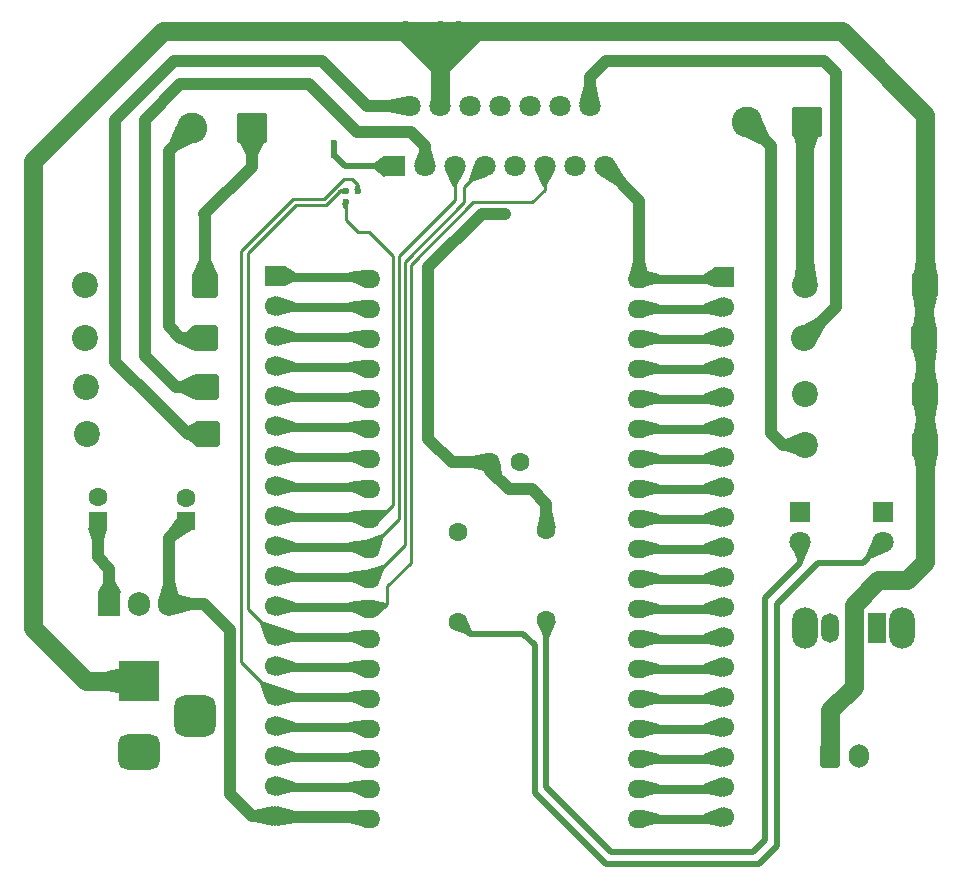
<source format=gbr>
%TF.GenerationSoftware,KiCad,Pcbnew,9.0.5*%
%TF.CreationDate,2025-11-06T15:37:29+07:00*%
%TF.ProjectId,pcb_esp32_jetbot_kicad,7063625f-6573-4703-9332-5f6a6574626f,rev?*%
%TF.SameCoordinates,Original*%
%TF.FileFunction,Copper,L1,Top*%
%TF.FilePolarity,Positive*%
%FSLAX46Y46*%
G04 Gerber Fmt 4.6, Leading zero omitted, Abs format (unit mm)*
G04 Created by KiCad (PCBNEW 9.0.5) date 2025-11-06 15:37:29*
%MOMM*%
%LPD*%
G01*
G04 APERTURE LIST*
G04 Aperture macros list*
%AMRoundRect*
0 Rectangle with rounded corners*
0 $1 Rounding radius*
0 $2 $3 $4 $5 $6 $7 $8 $9 X,Y pos of 4 corners*
0 Add a 4 corners polygon primitive as box body*
4,1,4,$2,$3,$4,$5,$6,$7,$8,$9,$2,$3,0*
0 Add four circle primitives for the rounded corners*
1,1,$1+$1,$2,$3*
1,1,$1+$1,$4,$5*
1,1,$1+$1,$6,$7*
1,1,$1+$1,$8,$9*
0 Add four rect primitives between the rounded corners*
20,1,$1+$1,$2,$3,$4,$5,0*
20,1,$1+$1,$4,$5,$6,$7,0*
20,1,$1+$1,$6,$7,$8,$9,0*
20,1,$1+$1,$8,$9,$2,$3,0*%
G04 Aperture macros list end*
%TA.AperFunction,ComponentPad*%
%ADD10R,1.800000X1.800000*%
%TD*%
%TA.AperFunction,ComponentPad*%
%ADD11C,1.800000*%
%TD*%
%TA.AperFunction,ComponentPad*%
%ADD12RoundRect,0.249999X0.850001X0.850001X-0.850001X0.850001X-0.850001X-0.850001X0.850001X-0.850001X0*%
%TD*%
%TA.AperFunction,ComponentPad*%
%ADD13C,2.200000*%
%TD*%
%TA.AperFunction,ComponentPad*%
%ADD14RoundRect,0.250000X0.550000X-0.550000X0.550000X0.550000X-0.550000X0.550000X-0.550000X-0.550000X0*%
%TD*%
%TA.AperFunction,ComponentPad*%
%ADD15C,1.600000*%
%TD*%
%TA.AperFunction,ComponentPad*%
%ADD16RoundRect,0.250000X1.050000X1.050000X-1.050000X1.050000X-1.050000X-1.050000X1.050000X-1.050000X0*%
%TD*%
%TA.AperFunction,ComponentPad*%
%ADD17C,2.600000*%
%TD*%
%TA.AperFunction,ComponentPad*%
%ADD18R,1.700000X1.700000*%
%TD*%
%TA.AperFunction,ComponentPad*%
%ADD19C,1.700000*%
%TD*%
%TA.AperFunction,ComponentPad*%
%ADD20RoundRect,0.250000X-0.600000X-0.750000X0.600000X-0.750000X0.600000X0.750000X-0.600000X0.750000X0*%
%TD*%
%TA.AperFunction,ComponentPad*%
%ADD21O,1.700000X2.000000*%
%TD*%
%TA.AperFunction,ComponentPad*%
%ADD22R,1.905000X2.000000*%
%TD*%
%TA.AperFunction,ComponentPad*%
%ADD23O,1.905000X2.000000*%
%TD*%
%TA.AperFunction,ComponentPad*%
%ADD24R,3.500000X3.500000*%
%TD*%
%TA.AperFunction,ComponentPad*%
%ADD25RoundRect,0.750000X1.000000X-0.750000X1.000000X0.750000X-1.000000X0.750000X-1.000000X-0.750000X0*%
%TD*%
%TA.AperFunction,ComponentPad*%
%ADD26RoundRect,0.875000X0.875000X-0.875000X0.875000X0.875000X-0.875000X0.875000X-0.875000X-0.875000X0*%
%TD*%
%TA.AperFunction,ComponentPad*%
%ADD27O,2.200000X3.500000*%
%TD*%
%TA.AperFunction,ComponentPad*%
%ADD28R,1.500000X2.500000*%
%TD*%
%TA.AperFunction,ComponentPad*%
%ADD29O,1.500000X2.500000*%
%TD*%
%TA.AperFunction,ComponentPad*%
%ADD30O,1.900000X1.524000*%
%TD*%
%TA.AperFunction,ViaPad*%
%ADD31C,0.600000*%
%TD*%
%TA.AperFunction,ViaPad*%
%ADD32C,0.800000*%
%TD*%
%TA.AperFunction,Conductor*%
%ADD33C,0.750000*%
%TD*%
%TA.AperFunction,Conductor*%
%ADD34C,1.000000*%
%TD*%
%TA.AperFunction,Conductor*%
%ADD35C,0.500000*%
%TD*%
%TA.AperFunction,Conductor*%
%ADD36C,1.500000*%
%TD*%
%TA.AperFunction,Conductor*%
%ADD37C,1.650000*%
%TD*%
%TA.AperFunction,Conductor*%
%ADD38C,1.750000*%
%TD*%
%TA.AperFunction,Conductor*%
%ADD39C,0.250000*%
%TD*%
G04 APERTURE END LIST*
D10*
%TO.P,D10,1,K*%
%TO.N,GND*%
X162000000Y-76730000D03*
D11*
%TO.P,D10,2,A*%
%TO.N,Net-(D10-A)*%
X162000000Y-79270000D03*
%TD*%
D10*
%TO.P,D1,1,K*%
%TO.N,GND*%
X155000000Y-76730000D03*
D11*
%TO.P,D1,2,A*%
%TO.N,Net-(D1-A)*%
X155000000Y-79270000D03*
%TD*%
D12*
%TO.P,D5,1,K*%
%TO.N,POWER_SEL*%
X165580000Y-57500000D03*
D13*
%TO.P,D5,2,A*%
%TO.N,Net-(D5-A)*%
X155420000Y-57500000D03*
%TD*%
D14*
%TO.P,CP1,1*%
%TO.N,+5V*%
X103000000Y-77500000D03*
D15*
%TO.P,CP1,2*%
%TO.N,GND*%
X103000000Y-75500000D03*
%TD*%
D16*
%TO.P,TerminalBlock-2,1,Pin_1*%
%TO.N,Net-(D5-A)*%
X155545000Y-43667500D03*
D17*
%TO.P,TerminalBlock-2,2,Pin_2*%
%TO.N,Net-(D2-A)*%
X150465000Y-43667500D03*
%TD*%
D12*
%TO.P,D9,1,K*%
%TO.N,Net-(D4-A)*%
X104580000Y-62000000D03*
D13*
%TO.P,D9,2,A*%
%TO.N,GND*%
X94420000Y-62000000D03*
%TD*%
D18*
%TO.P,J3,1,Pin_1*%
%TO.N,GND*%
X148500000Y-56800000D03*
D19*
%TO.P,J3,2,Pin_2*%
%TO.N,GPIO23*%
X148500000Y-59340000D03*
%TO.P,J3,3,Pin_3*%
%TO.N,GPIO22*%
X148500000Y-61880000D03*
%TO.P,J3,4,Pin_4*%
%TO.N,TX*%
X148500000Y-64420000D03*
%TO.P,J3,5,Pin_5*%
%TO.N,RX*%
X148500000Y-66960000D03*
%TO.P,J3,6,Pin_6*%
%TO.N,GPIO21*%
X148500000Y-69500000D03*
%TO.P,J3,7,Pin_7*%
%TO.N,GND*%
X148500000Y-72040000D03*
%TO.P,J3,8,Pin_8*%
%TO.N,GPIO19*%
X148500000Y-74580000D03*
%TO.P,J3,9,Pin_9*%
%TO.N,GPIO18*%
X148500000Y-77120000D03*
%TO.P,J3,10,Pin_10*%
%TO.N,GPIO5*%
X148500000Y-79660000D03*
%TO.P,J3,11,Pin_11*%
%TO.N,GPIO17*%
X148500000Y-82200000D03*
%TO.P,J3,12,Pin_12*%
%TO.N,GPIO16*%
X148500000Y-84740000D03*
%TO.P,J3,13,Pin_13*%
%TO.N,GPIO4*%
X148500000Y-87280000D03*
%TO.P,J3,14,Pin_14*%
%TO.N,GPIO0*%
X148500000Y-89820000D03*
%TO.P,J3,15,Pin_15*%
%TO.N,GPIO2*%
X148500000Y-92360000D03*
%TO.P,J3,16,Pin_16*%
%TO.N,GPIO15*%
X148500000Y-94900000D03*
%TO.P,J3,17,Pin_17*%
%TO.N,GPIO8*%
X148500000Y-97440000D03*
%TO.P,J3,18,Pin_18*%
%TO.N,GPIO7*%
X148500000Y-99980000D03*
%TO.P,J3,19,Pin_19*%
%TO.N,GPIO6*%
X148500000Y-102520000D03*
%TD*%
D15*
%TO.P,R1,1*%
%TO.N,Net-(D1-A)*%
X133500000Y-85810000D03*
%TO.P,R1,2*%
%TO.N,+5V*%
X133500000Y-78190000D03*
%TD*%
D20*
%TO.P,Connector_JST1,1,Pin_1*%
%TO.N,POWER_SEL*%
X157500000Y-97340000D03*
D21*
%TO.P,Connector_JST1,2,Pin_2*%
%TO.N,GND*%
X160000000Y-97340000D03*
%TD*%
D15*
%TO.P,C2,1*%
%TO.N,+5V*%
X128750000Y-72500000D03*
%TO.P,C2,2*%
%TO.N,GND*%
X131250000Y-72500000D03*
%TD*%
D14*
%TO.P,CP3,1*%
%TO.N,Net-(SW1-A)*%
X95500000Y-77455113D03*
D15*
%TO.P,CP3,2*%
%TO.N,GND*%
X95500000Y-75455113D03*
%TD*%
D22*
%TO.P,U3,1,VI*%
%TO.N,Net-(SW1-A)*%
X96500000Y-84500000D03*
D23*
%TO.P,U3,2,GND*%
%TO.N,GND*%
X99040000Y-84500000D03*
%TO.P,U3,3,VO*%
%TO.N,+5V*%
X101580000Y-84500000D03*
%TD*%
D18*
%TO.P,J2,1,Pin_1*%
%TO.N,+3V3*%
X110500000Y-56720000D03*
D19*
%TO.P,J2,2,Pin_2*%
%TO.N,EN*%
X110500000Y-59260000D03*
%TO.P,J2,3,Pin_3*%
%TO.N,GPIO36*%
X110500000Y-61800000D03*
%TO.P,J2,4,Pin_4*%
%TO.N,GPIO39*%
X110500000Y-64340000D03*
%TO.P,J2,5,Pin_5*%
%TO.N,GPIO34*%
X110500000Y-66880000D03*
%TO.P,J2,6,Pin_6*%
%TO.N,GPIO35*%
X110500000Y-69420000D03*
%TO.P,J2,7,Pin_7*%
%TO.N,GPIO32*%
X110500000Y-71960000D03*
%TO.P,J2,8,Pin_8*%
%TO.N,GPIO33*%
X110500000Y-74500000D03*
%TO.P,J2,9,Pin_9*%
%TO.N,GPIO25*%
X110500000Y-77040000D03*
%TO.P,J2,10,Pin_10*%
%TO.N,GPIO26*%
X110500000Y-79580000D03*
%TO.P,J2,11,Pin_11*%
%TO.N,GPIO27*%
X110500000Y-82120000D03*
%TO.P,J2,12,Pin_12*%
%TO.N,GPIO14*%
X110500000Y-84660000D03*
%TO.P,J2,13,Pin_13*%
%TO.N,GPIO12*%
X110500000Y-87200000D03*
%TO.P,J2,14,Pin_14*%
%TO.N,GND*%
X110500000Y-89740000D03*
%TO.P,J2,15,Pin_15*%
%TO.N,GPIO13*%
X110500000Y-92280000D03*
%TO.P,J2,16,Pin_16*%
%TO.N,GPIO9*%
X110500000Y-94820000D03*
%TO.P,J2,17,Pin_17*%
%TO.N,GPIO10*%
X110500000Y-97360000D03*
%TO.P,J2,18,Pin_18*%
%TO.N,GPIO11*%
X110500000Y-99900000D03*
%TO.P,J2,19,Pin_19*%
%TO.N,+5V*%
X110500000Y-102440000D03*
%TD*%
D10*
%TO.P,U1,1,SENSE_A*%
%TO.N,GND*%
X120650000Y-47420000D03*
D11*
%TO.P,U1,2,OUT1*%
%TO.N,Net-(D5-A)*%
X121920000Y-42340000D03*
%TO.P,U1,3,OUT2*%
%TO.N,Net-(D2-A)*%
X123190000Y-47420000D03*
%TO.P,U1,4,Vs*%
%TO.N,POWER_SEL*%
X124460000Y-42340000D03*
%TO.P,U1,5,IN1*%
%TO.N,GPIO26*%
X125730000Y-47420000D03*
%TO.P,U1,6,EnA*%
%TO.N,GPIO25*%
X127000000Y-42340000D03*
%TO.P,U1,7,IN2*%
%TO.N,GPIO27*%
X128270000Y-47420000D03*
%TO.P,U1,8,GND*%
%TO.N,GND*%
X129540000Y-42340000D03*
%TO.P,U1,9,Vss*%
%TO.N,+5V*%
X130810000Y-47420000D03*
%TO.P,U1,10,IN3*%
%TO.N,GPIO12*%
X132080000Y-42340000D03*
%TO.P,U1,11,EnB*%
%TO.N,GPIO14*%
X133350000Y-47420000D03*
%TO.P,U1,12,IN4*%
%TO.N,GPIO13*%
X134620000Y-42340000D03*
%TO.P,U1,13,OUT3*%
%TO.N,Net-(D3-A)*%
X135890000Y-47420000D03*
%TO.P,U1,14,OUT4*%
%TO.N,Net-(D4-A)*%
X137160000Y-42340000D03*
%TO.P,U1,15,SENSE_B*%
%TO.N,GND*%
X138430000Y-47420000D03*
%TD*%
D12*
%TO.P,D7,1,K*%
%TO.N,Net-(D2-A)*%
X104660000Y-66140000D03*
D13*
%TO.P,D7,2,A*%
%TO.N,GND*%
X94500000Y-66140000D03*
%TD*%
D16*
%TO.P,TerminalBlock-1,1,Pin_1*%
%TO.N,Net-(D3-A)*%
X108545000Y-44167500D03*
D17*
%TO.P,TerminalBlock-1,2,Pin_2*%
%TO.N,Net-(D4-A)*%
X103465000Y-44167500D03*
%TD*%
D24*
%TO.P,J4,1*%
%TO.N,POWER_SEL*%
X99000000Y-91000000D03*
D25*
%TO.P,J4,2*%
%TO.N,GND*%
X99000000Y-97000000D03*
D26*
%TO.P,J4,3*%
%TO.N,unconnected-(J4-Pad3)*%
X103700000Y-94000000D03*
%TD*%
D12*
%TO.P,D4,1,K*%
%TO.N,POWER_SEL*%
X165500000Y-62000000D03*
D13*
%TO.P,D4,2,A*%
%TO.N,Net-(D4-A)*%
X155340000Y-62000000D03*
%TD*%
D12*
%TO.P,D8,1,K*%
%TO.N,Net-(D3-A)*%
X104580000Y-57500000D03*
D13*
%TO.P,D8,2,A*%
%TO.N,GND*%
X94420000Y-57500000D03*
%TD*%
D27*
%TO.P,SW1,*%
%TO.N,*%
X163600000Y-86500000D03*
X155400000Y-86500000D03*
D28*
%TO.P,SW1,1,A*%
%TO.N,Net-(SW1-A)*%
X161500000Y-86500000D03*
D29*
%TO.P,SW1,2,B*%
%TO.N,POWER_SEL*%
X159500000Y-86500000D03*
%TO.P,SW1,3,C*%
%TO.N,unconnected-(SW1-C-Pad3)*%
X157500000Y-86500000D03*
%TD*%
D15*
%TO.P,R2,1*%
%TO.N,Net-(D10-A)*%
X126000000Y-86000000D03*
%TO.P,R2,2*%
%TO.N,GPIO25*%
X126000000Y-78380000D03*
%TD*%
D30*
%TO.P,U2,1,5v*%
%TO.N,+5V*%
X118500000Y-102660000D03*
%TO.P,U2,2,GPIO11*%
%TO.N,GPIO11*%
X118500000Y-100120000D03*
%TO.P,U2,3,GPIO10*%
%TO.N,GPIO10*%
X118500000Y-97580000D03*
%TO.P,U2,4,GPIO9*%
%TO.N,GPIO9*%
X118500000Y-95040000D03*
%TO.P,U2,5,GPIO13*%
%TO.N,GPIO13*%
X118500000Y-92500000D03*
%TO.P,U2,6,GND*%
%TO.N,GND*%
X118500000Y-89960000D03*
%TO.P,U2,7,GPIO12*%
%TO.N,GPIO12*%
X118500000Y-87420000D03*
%TO.P,U2,8,GPIO14*%
%TO.N,GPIO14*%
X118500000Y-84880000D03*
%TO.P,U2,9,GPIO27*%
%TO.N,GPIO27*%
X118500000Y-82340000D03*
%TO.P,U2,10,GPIO26*%
%TO.N,GPIO26*%
X118500000Y-79800000D03*
%TO.P,U2,11,GPIO25*%
%TO.N,GPIO25*%
X118500000Y-77260000D03*
%TO.P,U2,12,GPIO33*%
%TO.N,GPIO33*%
X118500000Y-74720000D03*
%TO.P,U2,13,GPIO32*%
%TO.N,GPIO32*%
X118500000Y-72180000D03*
%TO.P,U2,14,GPIO35*%
%TO.N,GPIO35*%
X118500000Y-69640000D03*
%TO.P,U2,15,GPIO34*%
%TO.N,GPIO34*%
X118500000Y-67100000D03*
%TO.P,U2,16,GPIO39*%
%TO.N,GPIO39*%
X118500000Y-64560000D03*
%TO.P,U2,17,GPIO36*%
%TO.N,GPIO36*%
X118500000Y-62020000D03*
%TO.P,U2,18,EN*%
%TO.N,EN*%
X118500000Y-59480000D03*
%TO.P,U2,19,3.3v*%
%TO.N,+3V3*%
X118500000Y-56940000D03*
%TO.P,U2,20,GPIO6*%
%TO.N,GPIO6*%
X141360000Y-102660000D03*
%TO.P,U2,21,GPIO7*%
%TO.N,GPIO7*%
X141360000Y-100120000D03*
%TO.P,U2,22,GPIO8*%
%TO.N,GPIO8*%
X141360000Y-97580000D03*
%TO.P,U2,23,GPIO15*%
%TO.N,GPIO15*%
X141360000Y-95040000D03*
%TO.P,U2,24,GPIO2*%
%TO.N,GPIO2*%
X141360000Y-92500000D03*
%TO.P,U2,25,GPIO0*%
%TO.N,GPIO0*%
X141360000Y-89960000D03*
%TO.P,U2,26,GPIO4*%
%TO.N,GPIO4*%
X141360000Y-87420000D03*
%TO.P,U2,27,GPIO16*%
%TO.N,GPIO16*%
X141360000Y-84880000D03*
%TO.P,U2,28,GPIO17*%
%TO.N,GPIO17*%
X141360000Y-82340000D03*
%TO.P,U2,29,GPIO5*%
%TO.N,GPIO5*%
X141360000Y-79800000D03*
%TO.P,U2,30,GPIO18*%
%TO.N,GPIO18*%
X141360000Y-77260000D03*
%TO.P,U2,31,GPIO19*%
%TO.N,GPIO19*%
X141360000Y-74720000D03*
%TO.P,U2,32,GND*%
%TO.N,GND*%
X141360000Y-72180000D03*
%TO.P,U2,33,GPIO21*%
%TO.N,GPIO21*%
X141360000Y-69640000D03*
%TO.P,U2,34,GPIO3*%
%TO.N,RX*%
X141360000Y-67100000D03*
%TO.P,U2,35,GPIO1*%
%TO.N,TX*%
X141360000Y-64560000D03*
%TO.P,U2,36,GPIO22*%
%TO.N,GPIO22*%
X141360000Y-62020000D03*
%TO.P,U2,37,GPIO23*%
%TO.N,GPIO23*%
X141360000Y-59480000D03*
%TO.P,U2,38,GND*%
%TO.N,GND*%
X141360000Y-56940000D03*
%TD*%
D12*
%TO.P,D3,1,K*%
%TO.N,POWER_SEL*%
X165580000Y-66750000D03*
D13*
%TO.P,D3,2,A*%
%TO.N,Net-(D3-A)*%
X155420000Y-66750000D03*
%TD*%
D12*
%TO.P,D2,1,K*%
%TO.N,POWER_SEL*%
X165580000Y-71000000D03*
D13*
%TO.P,D2,2,A*%
%TO.N,Net-(D2-A)*%
X155420000Y-71000000D03*
%TD*%
D12*
%TO.P,D6,1,K*%
%TO.N,Net-(D5-A)*%
X104740000Y-70140000D03*
D13*
%TO.P,D6,2,A*%
%TO.N,GND*%
X94580000Y-70140000D03*
%TD*%
D31*
%TO.N,GND*%
X115500000Y-45500000D03*
X115500000Y-46500000D03*
D32*
%TO.N,+5V*%
X124500000Y-55000000D03*
X125000000Y-54500000D03*
X124000000Y-55500000D03*
X128500000Y-51500000D03*
X129500000Y-51500000D03*
%TO.N,Net-(D2-A)*%
X113500000Y-40500000D03*
%TO.N,Net-(D4-A)*%
X158000000Y-40500000D03*
X158000000Y-39500000D03*
X157250000Y-38750000D03*
%TO.N,Net-(D5-A)*%
X114500000Y-38500000D03*
D31*
%TO.N,GPIO25*%
X116500000Y-50500000D03*
%TO.N,GPIO13*%
X117500000Y-49500000D03*
%TO.N,GPIO12*%
X116500000Y-49500000D03*
%TD*%
D33*
%TO.N,GND*%
X148360000Y-56940000D02*
X148500000Y-56800000D01*
D34*
X138430000Y-47420000D02*
X141360000Y-50350000D01*
D35*
X141040000Y-72500000D02*
X141360000Y-72180000D01*
D33*
X141360000Y-72180000D02*
X148360000Y-72180000D01*
X118140000Y-89820000D02*
X110580000Y-89820000D01*
X148360000Y-72180000D02*
X148500000Y-72040000D01*
D35*
X120650000Y-47420000D02*
X116420000Y-47420000D01*
X115500000Y-46500000D02*
X115500000Y-45500000D01*
D33*
X141360000Y-56940000D02*
X148360000Y-56940000D01*
D34*
X141360000Y-50350000D02*
X141360000Y-56940000D01*
D33*
X110580000Y-89820000D02*
X110500000Y-89740000D01*
D35*
X116420000Y-47420000D02*
X115500000Y-46500000D01*
D34*
%TO.N,+5V*%
X128750000Y-72500000D02*
X125500000Y-72500000D01*
X128750000Y-73250000D02*
X130300000Y-74800000D01*
X128000000Y-51500000D02*
X130000000Y-51500000D01*
X118140000Y-102520000D02*
X110580000Y-102520000D01*
X101580000Y-84500000D02*
X104500000Y-84500000D01*
X130300000Y-74800000D02*
X132300000Y-74800000D01*
X104500000Y-84500000D02*
X106700000Y-86700000D01*
X108560000Y-102440000D02*
X110500000Y-102440000D01*
X123500000Y-70500000D02*
X123500000Y-56000000D01*
X123500000Y-56000000D02*
X128000000Y-51500000D01*
X102500000Y-78000000D02*
X103000000Y-78000000D01*
X128750000Y-72500000D02*
X128750000Y-73250000D01*
X101580000Y-84500000D02*
X101580000Y-78920000D01*
X133500000Y-76000000D02*
X133500000Y-78190000D01*
X125500000Y-72500000D02*
X123500000Y-70500000D01*
X106700000Y-100580000D02*
X108560000Y-102440000D01*
X101580000Y-78920000D02*
X102500000Y-78000000D01*
D33*
X110580000Y-102520000D02*
X110500000Y-102440000D01*
D34*
X106700000Y-86700000D02*
X106700000Y-100580000D01*
X132300000Y-74800000D02*
X133500000Y-76000000D01*
X103000000Y-78000000D02*
X103000000Y-77500000D01*
D36*
%TO.N,POWER_SEL*%
X165500000Y-57580000D02*
X165580000Y-57500000D01*
D37*
X159500000Y-86500000D02*
X159500000Y-84598000D01*
X121500000Y-36000000D02*
X124500000Y-36000000D01*
X157500000Y-97340000D02*
X157500000Y-93500000D01*
X94500000Y-91000000D02*
X90500000Y-87000000D01*
X90000000Y-86500000D02*
X90000000Y-47000000D01*
X158500000Y-36000000D02*
X127500000Y-36000000D01*
X157500000Y-93500000D02*
X159500000Y-91500000D01*
X90500000Y-87000000D02*
X90000000Y-86500000D01*
X165580000Y-43080000D02*
X158500000Y-36000000D01*
X164000000Y-82500000D02*
X165580000Y-80920000D01*
X165580000Y-66750000D02*
X165580000Y-62080000D01*
D38*
X124460000Y-38960000D02*
X121500000Y-36000000D01*
D37*
X127500000Y-36000000D02*
X124460000Y-39040000D01*
X101000000Y-36000000D02*
X121500000Y-36000000D01*
X165580000Y-57500000D02*
X165580000Y-43080000D01*
D38*
X124460000Y-39040000D02*
X124460000Y-37500000D01*
D37*
X124500000Y-36000000D02*
X126000000Y-36000000D01*
D36*
X165580000Y-62080000D02*
X165500000Y-62000000D01*
D37*
X165580000Y-71000000D02*
X165580000Y-66750000D01*
X99000000Y-91000000D02*
X94500000Y-91000000D01*
X90000000Y-47000000D02*
X90500000Y-46500000D01*
D38*
X124460000Y-37500000D02*
X124460000Y-36040000D01*
D37*
X90500000Y-46500000D02*
X101000000Y-36000000D01*
X124460000Y-39040000D02*
X124460000Y-42340000D01*
X159500000Y-91500000D02*
X159500000Y-86500000D01*
D38*
X124500000Y-37500000D02*
X126000000Y-36000000D01*
D37*
X159500000Y-84598000D02*
X161598000Y-82500000D01*
D38*
X124460000Y-39040000D02*
X124460000Y-38960000D01*
X124460000Y-37500000D02*
X124500000Y-37500000D01*
D37*
X126000000Y-36000000D02*
X127500000Y-36000000D01*
D38*
X124460000Y-36040000D02*
X124500000Y-36000000D01*
D37*
X161598000Y-82500000D02*
X164000000Y-82500000D01*
X165500000Y-62000000D02*
X165500000Y-57580000D01*
X165580000Y-80920000D02*
X165580000Y-71000000D01*
D34*
%TO.N,Net-(SW1-A)*%
X95500000Y-77455113D02*
X95500000Y-80500000D01*
X95500000Y-80500000D02*
X96500000Y-81500000D01*
X96500000Y-81500000D02*
X96500000Y-84500000D01*
D35*
%TO.N,Net-(D1-A)*%
X152000000Y-104500000D02*
X151000000Y-105500000D01*
X152000000Y-84000000D02*
X152000000Y-104500000D01*
X133500000Y-100000000D02*
X139000000Y-105500000D01*
X139000000Y-105500000D02*
X151000000Y-105500000D01*
X133500000Y-85810000D02*
X133500000Y-100000000D01*
X155000000Y-79270000D02*
X155000000Y-81000000D01*
X155000000Y-81000000D02*
X152000000Y-84000000D01*
D34*
%TO.N,Net-(D2-A)*%
X102140000Y-66140000D02*
X99500000Y-63500000D01*
X122000000Y-44500000D02*
X123190000Y-45690000D01*
X123190000Y-45690000D02*
X123190000Y-47420000D01*
X99500000Y-43500000D02*
X102500000Y-40500000D01*
X152500000Y-70000000D02*
X152500000Y-45702500D01*
X117430702Y-44500000D02*
X122000000Y-44500000D01*
X152500000Y-45702500D02*
X150465000Y-43667500D01*
X104660000Y-66140000D02*
X102140000Y-66140000D01*
X153500000Y-71000000D02*
X152500000Y-70000000D01*
X155420000Y-71000000D02*
X153500000Y-71000000D01*
X99500000Y-63500000D02*
X99500000Y-43500000D01*
X113430702Y-40500000D02*
X117430702Y-44500000D01*
X102500000Y-40500000D02*
X113430702Y-40500000D01*
%TO.N,Net-(D3-A)*%
X104580000Y-51580000D02*
X104580000Y-57500000D01*
X108545000Y-47455000D02*
X104500000Y-51500000D01*
X108545000Y-44167500D02*
X108545000Y-47455000D01*
X104500000Y-51500000D02*
X104580000Y-51580000D01*
%TO.N,Net-(D4-A)*%
X102500000Y-62000000D02*
X104580000Y-62000000D01*
X137160000Y-39840000D02*
X137160000Y-42340000D01*
X138500000Y-38500000D02*
X137160000Y-39840000D01*
X103465000Y-44167500D02*
X101500000Y-46132500D01*
X158000000Y-59340000D02*
X158000000Y-39500000D01*
X101500000Y-46132500D02*
X101500000Y-61000000D01*
X157000000Y-38500000D02*
X138500000Y-38500000D01*
X155340000Y-62000000D02*
X158000000Y-59340000D01*
X101500000Y-61000000D02*
X102500000Y-62000000D01*
X158000000Y-39500000D02*
X157000000Y-38500000D01*
%TO.N,Net-(D5-A)*%
X114500000Y-38500000D02*
X102000000Y-38500000D01*
D36*
X155420000Y-57500000D02*
X155420000Y-43792500D01*
D34*
X121920000Y-42340000D02*
X118340000Y-42340000D01*
X118340000Y-42340000D02*
X114500000Y-38500000D01*
X104740000Y-70140000D02*
X103140000Y-70140000D01*
D36*
X155420000Y-43792500D02*
X155545000Y-43667500D01*
D34*
X102000000Y-38500000D02*
X97000000Y-43500000D01*
X97000000Y-43500000D02*
X97000000Y-64004318D01*
X97000000Y-64004318D02*
X100500000Y-67504318D01*
X103140000Y-70140000D02*
X100500000Y-67500000D01*
D35*
%TO.N,Net-(D10-A)*%
X132500000Y-100500000D02*
X138500000Y-106500000D01*
X151500000Y-106500000D02*
X153000000Y-105000000D01*
X156500000Y-81000000D02*
X160270000Y-81000000D01*
X160270000Y-81000000D02*
X162000000Y-79270000D01*
X153000000Y-105000000D02*
X153000000Y-84500000D01*
X126000000Y-86000000D02*
X127000000Y-87000000D01*
X131500000Y-87000000D02*
X132500000Y-88000000D01*
X127000000Y-87000000D02*
X131500000Y-87000000D01*
X132500000Y-88000000D02*
X132500000Y-100500000D01*
X138500000Y-106500000D02*
X151500000Y-106500000D01*
X153000000Y-84500000D02*
X156500000Y-81000000D01*
D33*
%TO.N,+3V3*%
X110580000Y-56800000D02*
X110500000Y-56720000D01*
X118140000Y-56800000D02*
X110580000Y-56800000D01*
%TO.N,GPIO25*%
X118140000Y-77120000D02*
X110580000Y-77120000D01*
D39*
X120500000Y-76120000D02*
X120500000Y-75500000D01*
X119360000Y-77260000D02*
X119500000Y-77120000D01*
X118500000Y-77260000D02*
X119360000Y-77260000D01*
X120500000Y-55000000D02*
X119000000Y-53500000D01*
X120500000Y-70000000D02*
X120500000Y-55000000D01*
D33*
X110580000Y-77120000D02*
X110500000Y-77040000D01*
D39*
X117500000Y-53000000D02*
X116500000Y-52000000D01*
X120500000Y-75500000D02*
X120500000Y-70000000D01*
X116500000Y-52000000D02*
X116500000Y-50500000D01*
X118500000Y-53000000D02*
X117500000Y-53000000D01*
X119500000Y-77120000D02*
X120500000Y-76120000D01*
X119000000Y-53500000D02*
X118500000Y-53000000D01*
%TO.N,GPIO13*%
X107600000Y-54600000D02*
X108300000Y-53900000D01*
X108300000Y-53900000D02*
X112000000Y-50200000D01*
X117500000Y-49000000D02*
X117500000Y-49500000D01*
X110500000Y-92280000D02*
X107600000Y-89380000D01*
X107600000Y-82900000D02*
X107600000Y-54600000D01*
X117049000Y-48549000D02*
X117500000Y-49000000D01*
D33*
X118140000Y-92360000D02*
X110580000Y-92360000D01*
D39*
X115931095Y-48931095D02*
X116313190Y-48549000D01*
X107600000Y-89380000D02*
X107600000Y-82900000D01*
X112000000Y-50200000D02*
X114662190Y-50200000D01*
X114662190Y-50200000D02*
X115931095Y-48931095D01*
X116313190Y-48549000D02*
X117049000Y-48549000D01*
D33*
X110580000Y-92360000D02*
X110500000Y-92280000D01*
%TO.N,GPIO34*%
X118140000Y-66960000D02*
X110580000Y-66960000D01*
X110580000Y-66960000D02*
X110500000Y-66880000D01*
%TO.N,GPIO11*%
X110580000Y-99980000D02*
X110500000Y-99900000D01*
X118140000Y-99980000D02*
X110580000Y-99980000D01*
D39*
%TO.N,GPIO26*%
X121000000Y-55000000D02*
X121000000Y-77300000D01*
X121000000Y-77300000D02*
X118500000Y-79800000D01*
D33*
X118140000Y-79660000D02*
X110580000Y-79660000D01*
D39*
X125730000Y-50270000D02*
X121000000Y-55000000D01*
X125730000Y-47420000D02*
X125730000Y-50270000D01*
D33*
X110580000Y-79660000D02*
X110500000Y-79580000D01*
D39*
%TO.N,GPIO27*%
X126500000Y-50500000D02*
X126500000Y-49190000D01*
X121500000Y-79500000D02*
X121500000Y-55500000D01*
D33*
X110580000Y-82200000D02*
X110500000Y-82120000D01*
D39*
X118140000Y-82200000D02*
X118800000Y-82200000D01*
X126500000Y-49190000D02*
X128270000Y-47420000D01*
X121500000Y-55500000D02*
X126500000Y-50500000D01*
X118800000Y-82200000D02*
X121500000Y-79500000D01*
D33*
X118140000Y-82200000D02*
X110580000Y-82200000D01*
%TO.N,EN*%
X118140000Y-59340000D02*
X110580000Y-59340000D01*
X110580000Y-59340000D02*
X110500000Y-59260000D01*
%TO.N,GPIO35*%
X110580000Y-69500000D02*
X110500000Y-69420000D01*
X118140000Y-69500000D02*
X110580000Y-69500000D01*
%TO.N,GPIO36*%
X118140000Y-61880000D02*
X110580000Y-61880000D01*
X110580000Y-61880000D02*
X110500000Y-61800000D01*
%TO.N,GPIO9*%
X110580000Y-94900000D02*
X110500000Y-94820000D01*
X118140000Y-94900000D02*
X110580000Y-94900000D01*
%TO.N,GPIO14*%
X118140000Y-84740000D02*
X110580000Y-84740000D01*
D39*
X120000000Y-84500000D02*
X120000000Y-83000000D01*
X122000000Y-55800000D02*
X127300000Y-50500000D01*
X122000000Y-81000000D02*
X122000000Y-55800000D01*
X119760000Y-84740000D02*
X120000000Y-84500000D01*
X133350000Y-49450000D02*
X133350000Y-47420000D01*
X127300000Y-50500000D02*
X132300000Y-50500000D01*
D33*
X110580000Y-84740000D02*
X110500000Y-84660000D01*
D39*
X132300000Y-50500000D02*
X133350000Y-49450000D01*
X120000000Y-83000000D02*
X122000000Y-81000000D01*
X118140000Y-84740000D02*
X119760000Y-84740000D01*
D33*
%TO.N,GPIO39*%
X118140000Y-64420000D02*
X110580000Y-64420000D01*
X110580000Y-64420000D02*
X110500000Y-64340000D01*
%TO.N,GPIO10*%
X118140000Y-97440000D02*
X110580000Y-97440000D01*
X110580000Y-97440000D02*
X110500000Y-97360000D01*
%TO.N,GPIO32*%
X118140000Y-72040000D02*
X110580000Y-72040000D01*
X110580000Y-72040000D02*
X110500000Y-71960000D01*
%TO.N,GPIO33*%
X110580000Y-74580000D02*
X110500000Y-74500000D01*
X118140000Y-74580000D02*
X110580000Y-74580000D01*
D39*
%TO.N,GPIO12*%
X114800000Y-50700000D02*
X116000000Y-49500000D01*
D33*
X118140000Y-87280000D02*
X110580000Y-87280000D01*
D39*
X108200000Y-84900000D02*
X108200000Y-54800000D01*
X112300000Y-50700000D02*
X114800000Y-50700000D01*
X116000000Y-49500000D02*
X116500000Y-49500000D01*
X110500000Y-87200000D02*
X108200000Y-84900000D01*
D33*
X110580000Y-87280000D02*
X110500000Y-87200000D01*
D39*
X108200000Y-54800000D02*
X112300000Y-50700000D01*
D33*
%TO.N,GPIO18*%
X148360000Y-77260000D02*
X148500000Y-77120000D01*
X141360000Y-77260000D02*
X148360000Y-77260000D01*
%TO.N,GPIO7*%
X148360000Y-100120000D02*
X148500000Y-99980000D01*
X141360000Y-100120000D02*
X148360000Y-100120000D01*
%TO.N,GPIO22*%
X148360000Y-62020000D02*
X148500000Y-61880000D01*
X141360000Y-62020000D02*
X148360000Y-62020000D01*
%TO.N,GPIO8*%
X141360000Y-97580000D02*
X148360000Y-97580000D01*
X148360000Y-97580000D02*
X148500000Y-97440000D01*
%TO.N,GPIO15*%
X148360000Y-95040000D02*
X148500000Y-94900000D01*
X141360000Y-95040000D02*
X148360000Y-95040000D01*
%TO.N,GPIO16*%
X148360000Y-84880000D02*
X148500000Y-84740000D01*
X141360000Y-84880000D02*
X148360000Y-84880000D01*
%TO.N,GPIO4*%
X141360000Y-87420000D02*
X148360000Y-87420000D01*
X148360000Y-87420000D02*
X148500000Y-87280000D01*
%TO.N,GPIO6*%
X141360000Y-102660000D02*
X148360000Y-102660000D01*
X148360000Y-102660000D02*
X148500000Y-102520000D01*
%TO.N,GPIO0*%
X148360000Y-89960000D02*
X148500000Y-89820000D01*
X141360000Y-89960000D02*
X148360000Y-89960000D01*
%TO.N,GPIO23*%
X148360000Y-59480000D02*
X148500000Y-59340000D01*
X141360000Y-59480000D02*
X148360000Y-59480000D01*
%TO.N,GPIO17*%
X141360000Y-82340000D02*
X148360000Y-82340000D01*
X148360000Y-82340000D02*
X148500000Y-82200000D01*
%TO.N,GPIO5*%
X141360000Y-79800000D02*
X148360000Y-79800000D01*
X148360000Y-79800000D02*
X148500000Y-79660000D01*
%TO.N,GPIO19*%
X148360000Y-74720000D02*
X148500000Y-74580000D01*
X141360000Y-74720000D02*
X148360000Y-74720000D01*
%TO.N,GPIO2*%
X148360000Y-92500000D02*
X148500000Y-92360000D01*
X141360000Y-92500000D02*
X148360000Y-92500000D01*
%TO.N,GPIO21*%
X148360000Y-69640000D02*
X148500000Y-69500000D01*
X141360000Y-69640000D02*
X148360000Y-69640000D01*
%TO.N,RX*%
X141360000Y-67100000D02*
X148360000Y-67100000D01*
X148360000Y-67100000D02*
X148500000Y-66960000D01*
%TO.N,TX*%
X148360000Y-64560000D02*
X148500000Y-64420000D01*
X141360000Y-64560000D02*
X148360000Y-64560000D01*
%TD*%
%TA.AperFunction,Conductor*%
%TO.N,GPIO25*%
G36*
X116781479Y-50555946D02*
G01*
X116788907Y-50560945D01*
X116790626Y-50569733D01*
X116790315Y-50570937D01*
X116627583Y-51086060D01*
X116621823Y-51092917D01*
X116616426Y-51094236D01*
X116383574Y-51094236D01*
X116375301Y-51090809D01*
X116372417Y-51086060D01*
X116209684Y-50570937D01*
X116210460Y-50562016D01*
X116217317Y-50556256D01*
X116218500Y-50555950D01*
X116497682Y-50499469D01*
X116502318Y-50499469D01*
X116781479Y-50555946D01*
G37*
%TD.AperFunction*%
%TD*%
%TA.AperFunction,Conductor*%
%TO.N,GPIO17*%
G36*
X148330107Y-81371620D02*
G01*
X148336330Y-81378059D01*
X148336919Y-81380056D01*
X148500540Y-82197704D01*
X148500540Y-82202296D01*
X148336490Y-83022086D01*
X148331506Y-83029526D01*
X148322721Y-83031262D01*
X148279012Y-83022086D01*
X146825629Y-82716951D01*
X146818236Y-82711898D01*
X146816333Y-82705501D01*
X146816333Y-81972962D01*
X146819760Y-81964689D01*
X146823737Y-81962079D01*
X148321153Y-81371468D01*
X148330107Y-81371620D01*
G37*
%TD.AperFunction*%
%TD*%
%TA.AperFunction,Conductor*%
%TO.N,GND*%
G36*
X147656656Y-56023289D02*
G01*
X148492017Y-56791736D01*
X148495786Y-56799859D01*
X148492707Y-56808268D01*
X148492364Y-56808625D01*
X147655424Y-57644581D01*
X147647149Y-57648003D01*
X147642866Y-57647188D01*
X146807410Y-57317920D01*
X146800970Y-57311698D01*
X146800000Y-57307035D01*
X146800000Y-56571378D01*
X146803427Y-56563105D01*
X146805362Y-56561544D01*
X147642397Y-56022065D01*
X147651207Y-56020464D01*
X147656656Y-56023289D01*
G37*
%TD.AperFunction*%
%TD*%
%TA.AperFunction,Conductor*%
%TO.N,GPIO18*%
G36*
X143048746Y-76882643D02*
G01*
X143055821Y-76888132D01*
X143057358Y-76893928D01*
X143057358Y-77626071D01*
X143053931Y-77634344D01*
X143048746Y-77637356D01*
X141706295Y-78004720D01*
X141697411Y-78003598D01*
X141692545Y-77998252D01*
X141361176Y-77264817D01*
X141360892Y-77255867D01*
X141361176Y-77255183D01*
X141524393Y-76893928D01*
X141692545Y-76521746D01*
X141699074Y-76515618D01*
X141706295Y-76515279D01*
X143048746Y-76882643D01*
G37*
%TD.AperFunction*%
%TD*%
%TA.AperFunction,Conductor*%
%TO.N,+5V*%
G36*
X102208876Y-77172294D02*
G01*
X102996214Y-77497437D01*
X103002553Y-77503762D01*
X103002562Y-77503785D01*
X103327704Y-78291120D01*
X103327695Y-78300075D01*
X103323376Y-78305324D01*
X102069070Y-79140700D01*
X102060284Y-79142434D01*
X102054311Y-79139235D01*
X101360764Y-78445688D01*
X101357337Y-78437415D01*
X101359298Y-78430931D01*
X102194676Y-77176621D01*
X102202113Y-77171637D01*
X102208876Y-77172294D01*
G37*
%TD.AperFunction*%
%TD*%
%TA.AperFunction,Conductor*%
%TO.N,GPIO34*%
G36*
X110678558Y-66050851D02*
G01*
X112175880Y-66582236D01*
X112182531Y-66588232D01*
X112183667Y-66593262D01*
X112183667Y-67325860D01*
X112180240Y-67334133D01*
X112174799Y-67337212D01*
X110677725Y-67710698D01*
X110668868Y-67709376D01*
X110663541Y-67702178D01*
X110663425Y-67701667D01*
X110499459Y-66882293D01*
X110499459Y-66877704D01*
X110663176Y-66059580D01*
X110668159Y-66052142D01*
X110676944Y-66050405D01*
X110678558Y-66050851D01*
G37*
%TD.AperFunction*%
%TD*%
%TA.AperFunction,Conductor*%
%TO.N,Net-(D3-A)*%
G36*
X108552130Y-44176422D02*
G01*
X108554276Y-44178568D01*
X109540534Y-45461690D01*
X109542859Y-45470338D01*
X109541723Y-45474052D01*
X109048234Y-46461032D01*
X109041469Y-46466900D01*
X109037769Y-46467500D01*
X108052231Y-46467500D01*
X108043958Y-46464073D01*
X108041766Y-46461032D01*
X107548276Y-45474052D01*
X107547641Y-45465120D01*
X107549463Y-45461693D01*
X108535724Y-44178567D01*
X108543482Y-44174097D01*
X108552130Y-44176422D01*
G37*
%TD.AperFunction*%
%TD*%
%TA.AperFunction,Conductor*%
%TO.N,Net-(D4-A)*%
G36*
X137659032Y-40560720D02*
G01*
X137662141Y-40566283D01*
X138039896Y-42152616D01*
X138038479Y-42161458D01*
X138031224Y-42166708D01*
X138030809Y-42166799D01*
X137162295Y-42340540D01*
X137157705Y-42340540D01*
X136289190Y-42166799D01*
X136281750Y-42161816D01*
X136280012Y-42153031D01*
X136280095Y-42152651D01*
X136657859Y-40566282D01*
X136663109Y-40559028D01*
X136669241Y-40557293D01*
X137650759Y-40557293D01*
X137659032Y-40560720D01*
G37*
%TD.AperFunction*%
%TD*%
%TA.AperFunction,Conductor*%
%TO.N,Net-(D2-A)*%
G36*
X123508849Y-45313157D02*
G01*
X123511809Y-45318159D01*
X124069141Y-47232174D01*
X124068164Y-47241075D01*
X124061179Y-47246678D01*
X124060201Y-47246918D01*
X123192999Y-47420248D01*
X123188416Y-47420249D01*
X122321059Y-47247166D01*
X122313617Y-47242186D01*
X122311875Y-47233402D01*
X122312476Y-47231372D01*
X122798287Y-46008525D01*
X122800884Y-46004576D01*
X123492304Y-45313156D01*
X123500576Y-45309730D01*
X123508849Y-45313157D01*
G37*
%TD.AperFunction*%
%TD*%
%TA.AperFunction,Conductor*%
%TO.N,GND*%
G36*
X148330107Y-71211620D02*
G01*
X148336330Y-71218059D01*
X148336919Y-71220056D01*
X148500540Y-72037704D01*
X148500540Y-72042296D01*
X148336490Y-72862086D01*
X148331506Y-72869526D01*
X148322721Y-72871262D01*
X148279012Y-72862086D01*
X146825629Y-72556951D01*
X146818236Y-72551898D01*
X146816333Y-72545501D01*
X146816333Y-71812962D01*
X146819760Y-71804689D01*
X146823737Y-71802079D01*
X148321153Y-71211468D01*
X148330107Y-71211620D01*
G37*
%TD.AperFunction*%
%TD*%
%TA.AperFunction,Conductor*%
%TO.N,GPIO32*%
G36*
X110678558Y-71130851D02*
G01*
X112175880Y-71662236D01*
X112182531Y-71668232D01*
X112183667Y-71673262D01*
X112183667Y-72405860D01*
X112180240Y-72414133D01*
X112174799Y-72417212D01*
X110677725Y-72790698D01*
X110668868Y-72789376D01*
X110663541Y-72782178D01*
X110663425Y-72781667D01*
X110499459Y-71962293D01*
X110499459Y-71957704D01*
X110663176Y-71139580D01*
X110668159Y-71132142D01*
X110676944Y-71130405D01*
X110678558Y-71130851D01*
G37*
%TD.AperFunction*%
%TD*%
%TA.AperFunction,Conductor*%
%TO.N,GPIO12*%
G36*
X110678558Y-86370851D02*
G01*
X112175880Y-86902236D01*
X112182531Y-86908232D01*
X112183667Y-86913262D01*
X112183667Y-87645860D01*
X112180240Y-87654133D01*
X112174799Y-87657212D01*
X110677725Y-88030698D01*
X110668868Y-88029376D01*
X110663541Y-88022178D01*
X110663425Y-88021667D01*
X110499459Y-87202293D01*
X110499459Y-87197704D01*
X110663176Y-86379580D01*
X110668159Y-86372142D01*
X110676944Y-86370405D01*
X110678558Y-86370851D01*
G37*
%TD.AperFunction*%
%TD*%
%TA.AperFunction,Conductor*%
%TO.N,Net-(D5-A)*%
G36*
X103800630Y-69066232D02*
G01*
X104732357Y-70131163D01*
X104735225Y-70139646D01*
X104731255Y-70147673D01*
X104730523Y-70148263D01*
X103646663Y-70952528D01*
X103637977Y-70954706D01*
X103633130Y-70952820D01*
X102444623Y-70147943D01*
X102439695Y-70140466D01*
X102441496Y-70131694D01*
X102442906Y-70129987D01*
X103138895Y-69433998D01*
X103141355Y-69432119D01*
X103786021Y-69063776D01*
X103794903Y-69062648D01*
X103800630Y-69066232D01*
G37*
%TD.AperFunction*%
%TD*%
%TA.AperFunction,Conductor*%
%TO.N,GPIO27*%
G36*
X128263024Y-47417772D02*
G01*
X128270473Y-47422739D01*
X128272228Y-47426976D01*
X128443602Y-48292709D01*
X128441847Y-48301490D01*
X128435950Y-48306038D01*
X127104745Y-48766558D01*
X127095806Y-48766024D01*
X127092647Y-48763774D01*
X126926225Y-48597352D01*
X126922798Y-48589079D01*
X126923439Y-48585261D01*
X127383961Y-47254047D01*
X127389904Y-47247351D01*
X127397287Y-47246397D01*
X128263024Y-47417772D01*
G37*
%TD.AperFunction*%
%TD*%
%TA.AperFunction,Conductor*%
%TO.N,GPIO17*%
G36*
X143048746Y-81962643D02*
G01*
X143055821Y-81968132D01*
X143057358Y-81973928D01*
X143057358Y-82706071D01*
X143053931Y-82714344D01*
X143048746Y-82717356D01*
X141706295Y-83084720D01*
X141697411Y-83083598D01*
X141692545Y-83078252D01*
X141361176Y-82344817D01*
X141360892Y-82335867D01*
X141361176Y-82335183D01*
X141524393Y-81973928D01*
X141692545Y-81601746D01*
X141699074Y-81595618D01*
X141706295Y-81595279D01*
X143048746Y-81962643D01*
G37*
%TD.AperFunction*%
%TD*%
%TA.AperFunction,Conductor*%
%TO.N,GPIO6*%
G36*
X148330107Y-101691620D02*
G01*
X148336330Y-101698059D01*
X148336919Y-101700056D01*
X148500540Y-102517704D01*
X148500540Y-102522296D01*
X148336490Y-103342086D01*
X148331506Y-103349526D01*
X148322721Y-103351262D01*
X148279012Y-103342086D01*
X146825629Y-103036951D01*
X146818236Y-103031898D01*
X146816333Y-103025501D01*
X146816333Y-102292962D01*
X146819760Y-102284689D01*
X146823737Y-102282079D01*
X148321153Y-101691468D01*
X148330107Y-101691620D01*
G37*
%TD.AperFunction*%
%TD*%
%TA.AperFunction,Conductor*%
%TO.N,GPIO23*%
G36*
X143048746Y-59102643D02*
G01*
X143055821Y-59108132D01*
X143057358Y-59113928D01*
X143057358Y-59846071D01*
X143053931Y-59854344D01*
X143048746Y-59857356D01*
X141706295Y-60224720D01*
X141697411Y-60223598D01*
X141692545Y-60218252D01*
X141361176Y-59484817D01*
X141360892Y-59475867D01*
X141361176Y-59475183D01*
X141524393Y-59113928D01*
X141692545Y-58741746D01*
X141699074Y-58735618D01*
X141706295Y-58735279D01*
X143048746Y-59102643D01*
G37*
%TD.AperFunction*%
%TD*%
%TA.AperFunction,Conductor*%
%TO.N,+5V*%
G36*
X133998675Y-76608799D02*
G01*
X134001876Y-76614786D01*
X134282343Y-78022464D01*
X134280599Y-78031247D01*
X134273166Y-78036222D01*
X133502297Y-78190540D01*
X133497703Y-78190540D01*
X132726833Y-78036222D01*
X132719394Y-78031238D01*
X132717656Y-78022464D01*
X132998124Y-76614786D01*
X133003101Y-76607342D01*
X133009598Y-76605372D01*
X133990402Y-76605372D01*
X133998675Y-76608799D01*
G37*
%TD.AperFunction*%
%TD*%
%TA.AperFunction,Conductor*%
%TO.N,POWER_SEL*%
G36*
X166403354Y-64653428D02*
G01*
X166406623Y-64659787D01*
X166579042Y-65699558D01*
X166577015Y-65708280D01*
X166575956Y-65709558D01*
X165588456Y-66742157D01*
X165580261Y-66745768D01*
X165571914Y-66742527D01*
X165571544Y-66742157D01*
X164584043Y-65709558D01*
X164580802Y-65701211D01*
X164580957Y-65699558D01*
X164753377Y-64659787D01*
X164758111Y-64652186D01*
X164764919Y-64650001D01*
X166395081Y-64650001D01*
X166403354Y-64653428D01*
G37*
%TD.AperFunction*%
%TD*%
%TA.AperFunction,Conductor*%
%TO.N,+5V*%
G36*
X110331343Y-101610464D02*
G01*
X110336466Y-101617808D01*
X110336512Y-101618024D01*
X110500540Y-102437704D01*
X110500540Y-102442296D01*
X110336512Y-103261975D01*
X110331528Y-103269415D01*
X110322743Y-103271152D01*
X110322527Y-103271106D01*
X108825521Y-102942019D01*
X108818177Y-102936896D01*
X108816333Y-102930592D01*
X108816333Y-101949407D01*
X108819760Y-101941134D01*
X108825520Y-101937980D01*
X110322527Y-101608893D01*
X110331343Y-101610464D01*
G37*
%TD.AperFunction*%
%TD*%
%TA.AperFunction,Conductor*%
%TO.N,GPIO10*%
G36*
X110678558Y-96530851D02*
G01*
X112175880Y-97062236D01*
X112182531Y-97068232D01*
X112183667Y-97073262D01*
X112183667Y-97805860D01*
X112180240Y-97814133D01*
X112174799Y-97817212D01*
X110677725Y-98190698D01*
X110668868Y-98189376D01*
X110663541Y-98182178D01*
X110663425Y-98181667D01*
X110499459Y-97362293D01*
X110499459Y-97357704D01*
X110663176Y-96539580D01*
X110668159Y-96532142D01*
X110676944Y-96530405D01*
X110678558Y-96530851D01*
G37*
%TD.AperFunction*%
%TD*%
%TA.AperFunction,Conductor*%
%TO.N,TX*%
G36*
X143048746Y-64182643D02*
G01*
X143055821Y-64188132D01*
X143057358Y-64193928D01*
X143057358Y-64926071D01*
X143053931Y-64934344D01*
X143048746Y-64937356D01*
X141706295Y-65304720D01*
X141697411Y-65303598D01*
X141692545Y-65298252D01*
X141361176Y-64564817D01*
X141360892Y-64555867D01*
X141361176Y-64555183D01*
X141524393Y-64193928D01*
X141692545Y-63821746D01*
X141699074Y-63815618D01*
X141706295Y-63815279D01*
X143048746Y-64182643D01*
G37*
%TD.AperFunction*%
%TD*%
%TA.AperFunction,Conductor*%
%TO.N,GPIO26*%
G36*
X125736505Y-47423355D02*
G01*
X126382719Y-47856004D01*
X126469854Y-47914343D01*
X126474822Y-47921793D01*
X126473868Y-47929179D01*
X125858200Y-49196121D01*
X125851502Y-49202064D01*
X125847677Y-49202707D01*
X125612323Y-49202707D01*
X125604050Y-49199280D01*
X125601800Y-49196121D01*
X124986131Y-47929179D01*
X124985597Y-47920240D01*
X124990144Y-47914344D01*
X125723492Y-47423356D01*
X125732272Y-47421602D01*
X125736505Y-47423355D01*
G37*
%TD.AperFunction*%
%TD*%
%TA.AperFunction,Conductor*%
%TO.N,Net-(D4-A)*%
G36*
X103547705Y-61000949D02*
G01*
X104571918Y-61992201D01*
X104575479Y-62000416D01*
X104572188Y-62008744D01*
X104571819Y-62009109D01*
X103536631Y-62987822D01*
X103528265Y-62991015D01*
X103523638Y-62989919D01*
X102147426Y-62346480D01*
X102141383Y-62339871D01*
X102141782Y-62330926D01*
X102144105Y-62327611D01*
X102839239Y-61632477D01*
X102839583Y-61632149D01*
X103531683Y-61000712D01*
X103540104Y-60997668D01*
X103547705Y-61000949D01*
G37*
%TD.AperFunction*%
%TD*%
%TA.AperFunction,Conductor*%
%TO.N,GPIO5*%
G36*
X143048746Y-79422643D02*
G01*
X143055821Y-79428132D01*
X143057358Y-79433928D01*
X143057358Y-80166071D01*
X143053931Y-80174344D01*
X143048746Y-80177356D01*
X141706295Y-80544720D01*
X141697411Y-80543598D01*
X141692545Y-80538252D01*
X141361176Y-79804817D01*
X141360892Y-79795867D01*
X141361176Y-79795183D01*
X141524393Y-79433928D01*
X141692545Y-79061746D01*
X141699074Y-79055618D01*
X141706295Y-79055279D01*
X143048746Y-79422643D01*
G37*
%TD.AperFunction*%
%TD*%
%TA.AperFunction,Conductor*%
%TO.N,TX*%
G36*
X148330107Y-63591620D02*
G01*
X148336330Y-63598059D01*
X148336919Y-63600056D01*
X148500540Y-64417704D01*
X148500540Y-64422296D01*
X148336490Y-65242086D01*
X148331506Y-65249526D01*
X148322721Y-65251262D01*
X148279012Y-65242086D01*
X146825629Y-64936951D01*
X146818236Y-64931898D01*
X146816333Y-64925501D01*
X146816333Y-64192962D01*
X146819760Y-64184689D01*
X146823737Y-64182079D01*
X148321153Y-63591468D01*
X148330107Y-63591620D01*
G37*
%TD.AperFunction*%
%TD*%
%TA.AperFunction,Conductor*%
%TO.N,GPIO12*%
G36*
X116338913Y-49258858D02*
G01*
X116497981Y-49495243D01*
X116499757Y-49504020D01*
X116499745Y-49504079D01*
X116444076Y-49781272D01*
X116439087Y-49788708D01*
X116430301Y-49790439D01*
X116428922Y-49790073D01*
X116024383Y-49655895D01*
X116019793Y-49653063D01*
X115856792Y-49490062D01*
X115853365Y-49481789D01*
X115856792Y-49473516D01*
X115860115Y-49471188D01*
X116324262Y-49254785D01*
X116333208Y-49254396D01*
X116338913Y-49258858D01*
G37*
%TD.AperFunction*%
%TD*%
%TA.AperFunction,Conductor*%
%TO.N,GPIO21*%
G36*
X148330107Y-68671620D02*
G01*
X148336330Y-68678059D01*
X148336919Y-68680056D01*
X148500540Y-69497704D01*
X148500540Y-69502296D01*
X148336490Y-70322086D01*
X148331506Y-70329526D01*
X148322721Y-70331262D01*
X148279012Y-70322086D01*
X146825629Y-70016951D01*
X146818236Y-70011898D01*
X146816333Y-70005501D01*
X146816333Y-69272962D01*
X146819760Y-69264689D01*
X146823737Y-69262079D01*
X148321153Y-68671468D01*
X148330107Y-68671620D01*
G37*
%TD.AperFunction*%
%TD*%
%TA.AperFunction,Conductor*%
%TO.N,GPIO25*%
G36*
X118163163Y-76516148D02*
G01*
X118167062Y-76520879D01*
X118498700Y-77254909D01*
X118498984Y-77263859D01*
X118498488Y-77264988D01*
X118136094Y-77984727D01*
X118129313Y-77990575D01*
X118121530Y-77990418D01*
X116810228Y-77497849D01*
X116803688Y-77491732D01*
X116802642Y-77486896D01*
X116802642Y-76754871D01*
X116806069Y-76746598D01*
X116812372Y-76743338D01*
X118154432Y-76514163D01*
X118163163Y-76516148D01*
G37*
%TD.AperFunction*%
%TD*%
%TA.AperFunction,Conductor*%
%TO.N,GPIO16*%
G36*
X143048746Y-84502643D02*
G01*
X143055821Y-84508132D01*
X143057358Y-84513928D01*
X143057358Y-85246071D01*
X143053931Y-85254344D01*
X143048746Y-85257356D01*
X141706295Y-85624720D01*
X141697411Y-85623598D01*
X141692545Y-85618252D01*
X141361176Y-84884817D01*
X141360892Y-84875867D01*
X141361176Y-84875183D01*
X141524393Y-84513928D01*
X141692545Y-84141746D01*
X141699074Y-84135618D01*
X141706295Y-84135279D01*
X143048746Y-84502643D01*
G37*
%TD.AperFunction*%
%TD*%
%TA.AperFunction,Conductor*%
%TO.N,GPIO33*%
G36*
X118163163Y-73976148D02*
G01*
X118167062Y-73980879D01*
X118498700Y-74714909D01*
X118498984Y-74723859D01*
X118498488Y-74724988D01*
X118136094Y-75444727D01*
X118129313Y-75450575D01*
X118121530Y-75450418D01*
X116810228Y-74957849D01*
X116803688Y-74951732D01*
X116802642Y-74946896D01*
X116802642Y-74214871D01*
X116806069Y-74206598D01*
X116812372Y-74203338D01*
X118154432Y-73974163D01*
X118163163Y-73976148D01*
G37*
%TD.AperFunction*%
%TD*%
%TA.AperFunction,Conductor*%
%TO.N,GPIO39*%
G36*
X118163163Y-63816148D02*
G01*
X118167062Y-63820879D01*
X118498700Y-64554909D01*
X118498984Y-64563859D01*
X118498488Y-64564988D01*
X118136094Y-65284727D01*
X118129313Y-65290575D01*
X118121530Y-65290418D01*
X116810228Y-64797849D01*
X116803688Y-64791732D01*
X116802642Y-64786896D01*
X116802642Y-64054871D01*
X116806069Y-64046598D01*
X116812372Y-64043338D01*
X118154432Y-63814163D01*
X118163163Y-63816148D01*
G37*
%TD.AperFunction*%
%TD*%
%TA.AperFunction,Conductor*%
%TO.N,GPIO15*%
G36*
X143048746Y-94662643D02*
G01*
X143055821Y-94668132D01*
X143057358Y-94673928D01*
X143057358Y-95406071D01*
X143053931Y-95414344D01*
X143048746Y-95417356D01*
X141706295Y-95784720D01*
X141697411Y-95783598D01*
X141692545Y-95778252D01*
X141361176Y-95044817D01*
X141360892Y-95035867D01*
X141361176Y-95035183D01*
X141524393Y-94673928D01*
X141692545Y-94301746D01*
X141699074Y-94295618D01*
X141706295Y-94295279D01*
X143048746Y-94662643D01*
G37*
%TD.AperFunction*%
%TD*%
%TA.AperFunction,Conductor*%
%TO.N,GPIO35*%
G36*
X118163163Y-68896148D02*
G01*
X118167062Y-68900879D01*
X118498700Y-69634909D01*
X118498984Y-69643859D01*
X118498488Y-69644988D01*
X118136094Y-70364727D01*
X118129313Y-70370575D01*
X118121530Y-70370418D01*
X116810228Y-69877849D01*
X116803688Y-69871732D01*
X116802642Y-69866896D01*
X116802642Y-69134871D01*
X116806069Y-69126598D01*
X116812372Y-69123338D01*
X118154432Y-68894163D01*
X118163163Y-68896148D01*
G37*
%TD.AperFunction*%
%TD*%
%TA.AperFunction,Conductor*%
%TO.N,GPIO23*%
G36*
X148330107Y-58511620D02*
G01*
X148336330Y-58518059D01*
X148336919Y-58520056D01*
X148500540Y-59337704D01*
X148500540Y-59342296D01*
X148336490Y-60162086D01*
X148331506Y-60169526D01*
X148322721Y-60171262D01*
X148279012Y-60162086D01*
X146825629Y-59856951D01*
X146818236Y-59851898D01*
X146816333Y-59845501D01*
X146816333Y-59112962D01*
X146819760Y-59104689D01*
X146823737Y-59102079D01*
X148321153Y-58511468D01*
X148330107Y-58511620D01*
G37*
%TD.AperFunction*%
%TD*%
%TA.AperFunction,Conductor*%
%TO.N,GPIO22*%
G36*
X148330107Y-61051620D02*
G01*
X148336330Y-61058059D01*
X148336919Y-61060056D01*
X148500540Y-61877704D01*
X148500540Y-61882296D01*
X148336490Y-62702086D01*
X148331506Y-62709526D01*
X148322721Y-62711262D01*
X148279012Y-62702086D01*
X146825629Y-62396951D01*
X146818236Y-62391898D01*
X146816333Y-62385501D01*
X146816333Y-61652962D01*
X146819760Y-61644689D01*
X146823737Y-61642079D01*
X148321153Y-61051468D01*
X148330107Y-61051620D01*
G37*
%TD.AperFunction*%
%TD*%
%TA.AperFunction,Conductor*%
%TO.N,GPIO21*%
G36*
X143048746Y-69262643D02*
G01*
X143055821Y-69268132D01*
X143057358Y-69273928D01*
X143057358Y-70006071D01*
X143053931Y-70014344D01*
X143048746Y-70017356D01*
X141706295Y-70384720D01*
X141697411Y-70383598D01*
X141692545Y-70378252D01*
X141361176Y-69644817D01*
X141360892Y-69635867D01*
X141361176Y-69635183D01*
X141524393Y-69273928D01*
X141692545Y-68901746D01*
X141699074Y-68895618D01*
X141706295Y-68895279D01*
X143048746Y-69262643D01*
G37*
%TD.AperFunction*%
%TD*%
%TA.AperFunction,Conductor*%
%TO.N,GPIO19*%
G36*
X143048746Y-74342643D02*
G01*
X143055821Y-74348132D01*
X143057358Y-74353928D01*
X143057358Y-75086071D01*
X143053931Y-75094344D01*
X143048746Y-75097356D01*
X141706295Y-75464720D01*
X141697411Y-75463598D01*
X141692545Y-75458252D01*
X141361176Y-74724817D01*
X141360892Y-74715867D01*
X141361176Y-74715183D01*
X141524393Y-74353928D01*
X141692545Y-73981746D01*
X141699074Y-73975618D01*
X141706295Y-73975279D01*
X143048746Y-74342643D01*
G37*
%TD.AperFunction*%
%TD*%
%TA.AperFunction,Conductor*%
%TO.N,GPIO32*%
G36*
X118163163Y-71436148D02*
G01*
X118167062Y-71440879D01*
X118498700Y-72174909D01*
X118498984Y-72183859D01*
X118498488Y-72184988D01*
X118136094Y-72904727D01*
X118129313Y-72910575D01*
X118121530Y-72910418D01*
X116810228Y-72417849D01*
X116803688Y-72411732D01*
X116802642Y-72406896D01*
X116802642Y-71674871D01*
X116806069Y-71666598D01*
X116812372Y-71663338D01*
X118154432Y-71434163D01*
X118163163Y-71436148D01*
G37*
%TD.AperFunction*%
%TD*%
%TA.AperFunction,Conductor*%
%TO.N,Net-(D3-A)*%
G36*
X105080870Y-55403428D02*
G01*
X105083170Y-55406692D01*
X105576552Y-56448054D01*
X105576998Y-56456997D01*
X105574435Y-56461149D01*
X104588456Y-57492157D01*
X104580261Y-57495768D01*
X104571914Y-57492527D01*
X104571544Y-57492157D01*
X103585564Y-56461149D01*
X103582323Y-56452802D01*
X103583446Y-56448057D01*
X104076830Y-55406692D01*
X104083469Y-55400682D01*
X104087403Y-55400001D01*
X105072597Y-55400001D01*
X105080870Y-55403428D01*
G37*
%TD.AperFunction*%
%TD*%
%TA.AperFunction,Conductor*%
%TO.N,GND*%
G36*
X141859153Y-55419427D02*
G01*
X141862226Y-55424845D01*
X142119936Y-56448875D01*
X142118632Y-56457734D01*
X142114862Y-56461607D01*
X141366272Y-56937016D01*
X141357451Y-56938558D01*
X141353728Y-56937016D01*
X140605137Y-56461607D01*
X140599990Y-56454279D01*
X140600062Y-56448877D01*
X140857774Y-55424844D01*
X140863116Y-55417658D01*
X140869120Y-55416000D01*
X141850880Y-55416000D01*
X141859153Y-55419427D01*
G37*
%TD.AperFunction*%
%TD*%
%TA.AperFunction,Conductor*%
%TO.N,Net-(D5-A)*%
G36*
X156168190Y-55424563D02*
G01*
X156171489Y-55431108D01*
X156418640Y-57085900D01*
X156416472Y-57094588D01*
X156411469Y-57098469D01*
X155424401Y-57499213D01*
X155415599Y-57499213D01*
X154428530Y-57098469D01*
X154422153Y-57092181D01*
X154421359Y-57085903D01*
X154668511Y-55431108D01*
X154673123Y-55423432D01*
X154680083Y-55421136D01*
X156159917Y-55421136D01*
X156168190Y-55424563D01*
G37*
%TD.AperFunction*%
%TD*%
%TA.AperFunction,Conductor*%
%TO.N,+3V3*%
G36*
X111357655Y-55913730D02*
G01*
X112194371Y-56421583D01*
X112199665Y-56428805D01*
X112200000Y-56431585D01*
X112200000Y-57167535D01*
X112196573Y-57175808D01*
X112193231Y-57178145D01*
X111357414Y-57566554D01*
X111348467Y-57566933D01*
X111344215Y-57564222D01*
X110947061Y-57167535D01*
X110507484Y-56728474D01*
X110504052Y-56720203D01*
X110507474Y-56711928D01*
X110507598Y-56711806D01*
X111343515Y-55915262D01*
X111351868Y-55912036D01*
X111357655Y-55913730D01*
G37*
%TD.AperFunction*%
%TD*%
%TA.AperFunction,Conductor*%
%TO.N,Net-(D2-A)*%
G36*
X151754385Y-43545557D02*
G01*
X151757447Y-43549428D01*
X152433343Y-44924914D01*
X152433916Y-44933851D01*
X152431115Y-44938347D01*
X151735847Y-45633615D01*
X151727574Y-45637042D01*
X151722415Y-45635843D01*
X151183207Y-45370884D01*
X150346928Y-44959947D01*
X150341014Y-44953223D01*
X150340442Y-44948324D01*
X150463366Y-43676383D01*
X150467572Y-43668480D01*
X150473883Y-43665866D01*
X151745822Y-43542942D01*
X151754385Y-43545557D01*
G37*
%TD.AperFunction*%
%TD*%
%TA.AperFunction,Conductor*%
%TO.N,+3V3*%
G36*
X118163163Y-56196148D02*
G01*
X118167062Y-56200879D01*
X118498700Y-56934909D01*
X118498984Y-56943859D01*
X118498488Y-56944988D01*
X118136094Y-57664727D01*
X118129313Y-57670575D01*
X118121530Y-57670418D01*
X116810228Y-57177849D01*
X116803688Y-57171732D01*
X116802642Y-57166896D01*
X116802642Y-56434871D01*
X116806069Y-56426598D01*
X116812372Y-56423338D01*
X118154432Y-56194163D01*
X118163163Y-56196148D01*
G37*
%TD.AperFunction*%
%TD*%
%TA.AperFunction,Conductor*%
%TO.N,POWER_SEL*%
G36*
X165508393Y-62007165D02*
G01*
X165508742Y-62007490D01*
X166534983Y-63004201D01*
X166538530Y-63012423D01*
X166538444Y-63014021D01*
X166406262Y-64089726D01*
X166401851Y-64097519D01*
X166394649Y-64099999D01*
X164764509Y-64099999D01*
X164756236Y-64096572D01*
X164753056Y-64090692D01*
X164541320Y-63077258D01*
X164542983Y-63068459D01*
X164544047Y-63067071D01*
X165491874Y-62008079D01*
X165499943Y-62004201D01*
X165508393Y-62007165D01*
G37*
%TD.AperFunction*%
%TD*%
%TA.AperFunction,Conductor*%
%TO.N,GPIO13*%
G36*
X109404797Y-91003516D02*
G01*
X110656257Y-91442972D01*
X110662928Y-91448946D01*
X110663858Y-91456282D01*
X110502227Y-92273021D01*
X110497260Y-92280472D01*
X110493021Y-92282227D01*
X109676282Y-92443858D01*
X109667501Y-92442103D01*
X109662972Y-92436257D01*
X109608267Y-92280472D01*
X109223517Y-91184798D01*
X109224009Y-91175859D01*
X109226280Y-91172654D01*
X109392652Y-91006282D01*
X109400924Y-91002856D01*
X109404797Y-91003516D01*
G37*
%TD.AperFunction*%
%TD*%
%TA.AperFunction,Conductor*%
%TO.N,GPIO14*%
G36*
X133356505Y-47423355D02*
G01*
X134002719Y-47856004D01*
X134089854Y-47914343D01*
X134094822Y-47921793D01*
X134093868Y-47929179D01*
X133478200Y-49196121D01*
X133471502Y-49202064D01*
X133467677Y-49202707D01*
X133232323Y-49202707D01*
X133224050Y-49199280D01*
X133221800Y-49196121D01*
X132606131Y-47929179D01*
X132605597Y-47920240D01*
X132610144Y-47914344D01*
X133343492Y-47423356D01*
X133352272Y-47421602D01*
X133356505Y-47423355D01*
G37*
%TD.AperFunction*%
%TD*%
%TA.AperFunction,Conductor*%
%TO.N,GPIO12*%
G36*
X118163163Y-86676148D02*
G01*
X118167062Y-86680879D01*
X118498700Y-87414909D01*
X118498984Y-87423859D01*
X118498488Y-87424988D01*
X118136094Y-88144727D01*
X118129313Y-88150575D01*
X118121530Y-88150418D01*
X116810228Y-87657849D01*
X116803688Y-87651732D01*
X116802642Y-87646896D01*
X116802642Y-86914871D01*
X116806069Y-86906598D01*
X116812372Y-86903338D01*
X118154432Y-86674163D01*
X118163163Y-86676148D01*
G37*
%TD.AperFunction*%
%TD*%
%TA.AperFunction,Conductor*%
%TO.N,GPIO14*%
G36*
X119908529Y-84410812D02*
G01*
X119913863Y-84413864D01*
X120079885Y-84579886D01*
X120083312Y-84588159D01*
X120079885Y-84596432D01*
X120079656Y-84596655D01*
X119122399Y-85502970D01*
X119114035Y-85506170D01*
X119105980Y-85502644D01*
X118504862Y-84886416D01*
X118501538Y-84878101D01*
X118502569Y-84873440D01*
X118832603Y-84141634D01*
X118839129Y-84135502D01*
X118846207Y-84135120D01*
X119908529Y-84410812D01*
G37*
%TD.AperFunction*%
%TD*%
%TA.AperFunction,Conductor*%
%TO.N,RX*%
G36*
X143048746Y-66722643D02*
G01*
X143055821Y-66728132D01*
X143057358Y-66733928D01*
X143057358Y-67466071D01*
X143053931Y-67474344D01*
X143048746Y-67477356D01*
X141706295Y-67844720D01*
X141697411Y-67843598D01*
X141692545Y-67838252D01*
X141361176Y-67104817D01*
X141360892Y-67095867D01*
X141361176Y-67095183D01*
X141524393Y-66733928D01*
X141692545Y-66361746D01*
X141699074Y-66355618D01*
X141706295Y-66355279D01*
X143048746Y-66722643D01*
G37*
%TD.AperFunction*%
%TD*%
%TA.AperFunction,Conductor*%
%TO.N,+5V*%
G36*
X118310616Y-101901549D02*
G01*
X118314392Y-101907645D01*
X118499956Y-102655792D01*
X118499050Y-102663871D01*
X118135705Y-103385500D01*
X118128924Y-103391348D01*
X118122084Y-103391500D01*
X116811171Y-103022401D01*
X116804136Y-103016860D01*
X116802642Y-103011139D01*
X116802642Y-102030792D01*
X116806069Y-102022519D01*
X116813397Y-102019130D01*
X118302094Y-101898800D01*
X118310616Y-101901549D01*
G37*
%TD.AperFunction*%
%TD*%
%TA.AperFunction,Conductor*%
%TO.N,Net-(D4-A)*%
G36*
X103456114Y-44165865D02*
G01*
X103464019Y-44170072D01*
X103466634Y-44176386D01*
X103589557Y-45448321D01*
X103586942Y-45456885D01*
X103583071Y-45459947D01*
X102207585Y-46135843D01*
X102198648Y-46136416D01*
X102194152Y-46133615D01*
X101498884Y-45438347D01*
X101495457Y-45430074D01*
X101496654Y-45424918D01*
X102172552Y-44049428D01*
X102179276Y-44043515D01*
X102184175Y-44042943D01*
X103456114Y-44165865D01*
G37*
%TD.AperFunction*%
%TD*%
%TA.AperFunction,Conductor*%
%TO.N,GPIO0*%
G36*
X148330107Y-88991620D02*
G01*
X148336330Y-88998059D01*
X148336919Y-89000056D01*
X148500540Y-89817704D01*
X148500540Y-89822296D01*
X148336490Y-90642086D01*
X148331506Y-90649526D01*
X148322721Y-90651262D01*
X148279012Y-90642086D01*
X146825629Y-90336951D01*
X146818236Y-90331898D01*
X146816333Y-90325501D01*
X146816333Y-89592962D01*
X146819760Y-89584689D01*
X146823737Y-89582079D01*
X148321153Y-88991468D01*
X148330107Y-88991620D01*
G37*
%TD.AperFunction*%
%TD*%
%TA.AperFunction,Conductor*%
%TO.N,Net-(D10-A)*%
G36*
X126669640Y-85566630D02*
G01*
X126670683Y-85568565D01*
X127169491Y-86747815D01*
X127170415Y-86752373D01*
X127170415Y-87233496D01*
X127166988Y-87241769D01*
X127158715Y-87245196D01*
X127154842Y-87244536D01*
X125853499Y-86787985D01*
X125846827Y-86782013D01*
X125845894Y-86774679D01*
X125998058Y-86004765D01*
X126003021Y-85997316D01*
X126653416Y-85563389D01*
X126662198Y-85561649D01*
X126669640Y-85566630D01*
G37*
%TD.AperFunction*%
%TD*%
%TA.AperFunction,Conductor*%
%TO.N,GPIO33*%
G36*
X110678558Y-73670851D02*
G01*
X112175880Y-74202236D01*
X112182531Y-74208232D01*
X112183667Y-74213262D01*
X112183667Y-74945860D01*
X112180240Y-74954133D01*
X112174799Y-74957212D01*
X110677725Y-75330698D01*
X110668868Y-75329376D01*
X110663541Y-75322178D01*
X110663425Y-75321667D01*
X110499459Y-74502293D01*
X110499459Y-74497704D01*
X110663176Y-73679580D01*
X110668159Y-73672142D01*
X110676944Y-73670405D01*
X110678558Y-73670851D01*
G37*
%TD.AperFunction*%
%TD*%
%TA.AperFunction,Conductor*%
%TO.N,GPIO12*%
G36*
X109404797Y-85923516D02*
G01*
X110656257Y-86362972D01*
X110662928Y-86368946D01*
X110663858Y-86376282D01*
X110502227Y-87193021D01*
X110497260Y-87200472D01*
X110493021Y-87202227D01*
X109676282Y-87363858D01*
X109667501Y-87362103D01*
X109662972Y-87356257D01*
X109608267Y-87200472D01*
X109223517Y-86104798D01*
X109224009Y-86095859D01*
X109226280Y-86092654D01*
X109392652Y-85926282D01*
X109400924Y-85922856D01*
X109404797Y-85923516D01*
G37*
%TD.AperFunction*%
%TD*%
%TA.AperFunction,Conductor*%
%TO.N,GPIO2*%
G36*
X148330107Y-91531620D02*
G01*
X148336330Y-91538059D01*
X148336919Y-91540056D01*
X148500540Y-92357704D01*
X148500540Y-92362296D01*
X148336490Y-93182086D01*
X148331506Y-93189526D01*
X148322721Y-93191262D01*
X148279012Y-93182086D01*
X146825629Y-92876951D01*
X146818236Y-92871898D01*
X146816333Y-92865501D01*
X146816333Y-92132962D01*
X146819760Y-92124689D01*
X146823737Y-92122079D01*
X148321153Y-91531468D01*
X148330107Y-91531620D01*
G37*
%TD.AperFunction*%
%TD*%
%TA.AperFunction,Conductor*%
%TO.N,GPIO35*%
G36*
X110678558Y-68590851D02*
G01*
X112175880Y-69122236D01*
X112182531Y-69128232D01*
X112183667Y-69133262D01*
X112183667Y-69865860D01*
X112180240Y-69874133D01*
X112174799Y-69877212D01*
X110677725Y-70250698D01*
X110668868Y-70249376D01*
X110663541Y-70242178D01*
X110663425Y-70241667D01*
X110499459Y-69422293D01*
X110499459Y-69417704D01*
X110663176Y-68599580D01*
X110668159Y-68592142D01*
X110676944Y-68590405D01*
X110678558Y-68590851D01*
G37*
%TD.AperFunction*%
%TD*%
%TA.AperFunction,Conductor*%
%TO.N,GND*%
G36*
X110678558Y-88910851D02*
G01*
X112175880Y-89442236D01*
X112182531Y-89448232D01*
X112183667Y-89453262D01*
X112183667Y-90185860D01*
X112180240Y-90194133D01*
X112174799Y-90197212D01*
X110677725Y-90570698D01*
X110668868Y-90569376D01*
X110663541Y-90562178D01*
X110663425Y-90561667D01*
X110499459Y-89742293D01*
X110499459Y-89737704D01*
X110663176Y-88919580D01*
X110668159Y-88912142D01*
X110676944Y-88910405D01*
X110678558Y-88910851D01*
G37*
%TD.AperFunction*%
%TD*%
%TA.AperFunction,Conductor*%
%TO.N,EN*%
G36*
X118163163Y-58736148D02*
G01*
X118167062Y-58740879D01*
X118498700Y-59474909D01*
X118498984Y-59483859D01*
X118498488Y-59484988D01*
X118136094Y-60204727D01*
X118129313Y-60210575D01*
X118121530Y-60210418D01*
X116810228Y-59717849D01*
X116803688Y-59711732D01*
X116802642Y-59706896D01*
X116802642Y-58974871D01*
X116806069Y-58966598D01*
X116812372Y-58963338D01*
X118154432Y-58734163D01*
X118163163Y-58736148D01*
G37*
%TD.AperFunction*%
%TD*%
%TA.AperFunction,Conductor*%
%TO.N,GND*%
G36*
X139184451Y-46929962D02*
G01*
X139184681Y-46930320D01*
X139950383Y-48174681D01*
X140039274Y-48319139D01*
X140040691Y-48327981D01*
X140037582Y-48333544D01*
X139343544Y-49027582D01*
X139335271Y-49031009D01*
X139329139Y-49029274D01*
X137940320Y-48174681D01*
X137935070Y-48167426D01*
X137936487Y-48158584D01*
X137936698Y-48158254D01*
X138427995Y-47421239D01*
X138431240Y-47417995D01*
X139168227Y-46926716D01*
X139177011Y-46924979D01*
X139184451Y-46929962D01*
G37*
%TD.AperFunction*%
%TD*%
%TA.AperFunction,Conductor*%
%TO.N,+5V*%
G36*
X102079185Y-82569229D02*
G01*
X102082248Y-82574608D01*
X102511291Y-84255292D01*
X102510017Y-84264156D01*
X102502849Y-84269522D01*
X102502802Y-84269534D01*
X101582847Y-84500285D01*
X101577153Y-84500285D01*
X100657197Y-84269534D01*
X100650007Y-84264198D01*
X100648696Y-84255339D01*
X100648708Y-84255292D01*
X101077752Y-82574608D01*
X101083118Y-82567440D01*
X101089088Y-82565802D01*
X102070912Y-82565802D01*
X102079185Y-82569229D01*
G37*
%TD.AperFunction*%
%TD*%
%TA.AperFunction,Conductor*%
%TO.N,POWER_SEL*%
G36*
X165588086Y-71007472D02*
G01*
X165588456Y-71007842D01*
X166575956Y-72040440D01*
X166579197Y-72048787D01*
X166579042Y-72050440D01*
X166406623Y-73090213D01*
X166401889Y-73097814D01*
X166395081Y-73099999D01*
X164764919Y-73099999D01*
X164756646Y-73096572D01*
X164753377Y-73090213D01*
X164580957Y-72050440D01*
X164582984Y-72041718D01*
X164584043Y-72040440D01*
X165571544Y-71007842D01*
X165579739Y-71004231D01*
X165588086Y-71007472D01*
G37*
%TD.AperFunction*%
%TD*%
%TA.AperFunction,Conductor*%
%TO.N,Net-(D5-A)*%
G36*
X121741458Y-41461520D02*
G01*
X121746708Y-41468775D01*
X121746799Y-41469190D01*
X121920540Y-42337705D01*
X121920540Y-42342295D01*
X121746799Y-43210809D01*
X121741816Y-43218249D01*
X121733031Y-43219987D01*
X121732616Y-43219896D01*
X120146283Y-42842140D01*
X120139028Y-42836890D01*
X120137293Y-42830758D01*
X120137293Y-41849241D01*
X120140720Y-41840968D01*
X120146282Y-41837859D01*
X121732617Y-41460103D01*
X121741458Y-41461520D01*
G37*
%TD.AperFunction*%
%TD*%
%TA.AperFunction,Conductor*%
%TO.N,RX*%
G36*
X148330107Y-66131620D02*
G01*
X148336330Y-66138059D01*
X148336919Y-66140056D01*
X148500540Y-66957704D01*
X148500540Y-66962296D01*
X148336490Y-67782086D01*
X148331506Y-67789526D01*
X148322721Y-67791262D01*
X148279012Y-67782086D01*
X146825629Y-67476951D01*
X146818236Y-67471898D01*
X146816333Y-67465501D01*
X146816333Y-66732962D01*
X146819760Y-66724689D01*
X146823737Y-66722079D01*
X148321153Y-66131468D01*
X148330107Y-66131620D01*
G37*
%TD.AperFunction*%
%TD*%
%TA.AperFunction,Conductor*%
%TO.N,GND*%
G36*
X119757045Y-46527037D02*
G01*
X120642712Y-47411722D01*
X120646143Y-47419994D01*
X120642721Y-47428269D01*
X120642712Y-47428278D01*
X119757045Y-48312962D01*
X119748770Y-48316384D01*
X119741926Y-48314169D01*
X118854850Y-47673502D01*
X118850149Y-47665880D01*
X118850000Y-47664017D01*
X118850000Y-47175982D01*
X118853427Y-47167709D01*
X118854850Y-47166497D01*
X119741928Y-46525829D01*
X119750639Y-46523764D01*
X119757045Y-46527037D01*
G37*
%TD.AperFunction*%
%TD*%
%TA.AperFunction,Conductor*%
%TO.N,GPIO39*%
G36*
X110678558Y-63510851D02*
G01*
X112175880Y-64042236D01*
X112182531Y-64048232D01*
X112183667Y-64053262D01*
X112183667Y-64785860D01*
X112180240Y-64794133D01*
X112174799Y-64797212D01*
X110677725Y-65170698D01*
X110668868Y-65169376D01*
X110663541Y-65162178D01*
X110663425Y-65161667D01*
X110499459Y-64342293D01*
X110499459Y-64337704D01*
X110663176Y-63519580D01*
X110668159Y-63512142D01*
X110676944Y-63510405D01*
X110678558Y-63510851D01*
G37*
%TD.AperFunction*%
%TD*%
%TA.AperFunction,Conductor*%
%TO.N,POWER_SEL*%
G36*
X165587802Y-57507731D02*
G01*
X165588122Y-57508075D01*
X166480747Y-58505393D01*
X166535943Y-58567062D01*
X166538907Y-58575512D01*
X166538678Y-58577258D01*
X166326944Y-59590693D01*
X166321897Y-59598090D01*
X166315491Y-59600000D01*
X164685351Y-59600000D01*
X164677078Y-59596573D01*
X164673738Y-59589727D01*
X164541554Y-58514022D01*
X164543947Y-58505393D01*
X164545008Y-58504209D01*
X165571259Y-57507489D01*
X165579580Y-57504184D01*
X165587802Y-57507731D01*
G37*
%TD.AperFunction*%
%TD*%
%TA.AperFunction,Conductor*%
%TO.N,GPIO9*%
G36*
X110678558Y-93990851D02*
G01*
X112175880Y-94522236D01*
X112182531Y-94528232D01*
X112183667Y-94533262D01*
X112183667Y-95265860D01*
X112180240Y-95274133D01*
X112174799Y-95277212D01*
X110677725Y-95650698D01*
X110668868Y-95649376D01*
X110663541Y-95642178D01*
X110663425Y-95641667D01*
X110499459Y-94822293D01*
X110499459Y-94817704D01*
X110663176Y-93999580D01*
X110668159Y-93992142D01*
X110676944Y-93990405D01*
X110678558Y-93990851D01*
G37*
%TD.AperFunction*%
%TD*%
%TA.AperFunction,Conductor*%
%TO.N,Net-(D1-A)*%
G36*
X155007211Y-79273649D02*
G01*
X155740302Y-79764641D01*
X155745269Y-79772092D01*
X155744572Y-79778907D01*
X155146263Y-81198020D01*
X155139891Y-81204312D01*
X155130937Y-81204256D01*
X155127209Y-81201748D01*
X154787332Y-80861871D01*
X154785098Y-80858746D01*
X154256177Y-79779199D01*
X154255616Y-79770264D01*
X154260181Y-79764327D01*
X154994200Y-79273642D01*
X155002980Y-79271894D01*
X155007211Y-79273649D01*
G37*
%TD.AperFunction*%
%TD*%
%TA.AperFunction,Conductor*%
%TO.N,GPIO0*%
G36*
X143048746Y-89582643D02*
G01*
X143055821Y-89588132D01*
X143057358Y-89593928D01*
X143057358Y-90326071D01*
X143053931Y-90334344D01*
X143048746Y-90337356D01*
X141706295Y-90704720D01*
X141697411Y-90703598D01*
X141692545Y-90698252D01*
X141361176Y-89964817D01*
X141360892Y-89955867D01*
X141361176Y-89955183D01*
X141524393Y-89593928D01*
X141692545Y-89221746D01*
X141699074Y-89215618D01*
X141706295Y-89215279D01*
X143048746Y-89582643D01*
G37*
%TD.AperFunction*%
%TD*%
%TA.AperFunction,Conductor*%
%TO.N,GPIO11*%
G36*
X118163163Y-99376148D02*
G01*
X118167062Y-99380879D01*
X118498700Y-100114909D01*
X118498984Y-100123859D01*
X118498488Y-100124988D01*
X118136094Y-100844727D01*
X118129313Y-100850575D01*
X118121530Y-100850418D01*
X116810228Y-100357849D01*
X116803688Y-100351732D01*
X116802642Y-100346896D01*
X116802642Y-99614871D01*
X116806069Y-99606598D01*
X116812372Y-99603338D01*
X118154432Y-99374163D01*
X118163163Y-99376148D01*
G37*
%TD.AperFunction*%
%TD*%
%TA.AperFunction,Conductor*%
%TO.N,GPIO18*%
G36*
X148330107Y-76291620D02*
G01*
X148336330Y-76298059D01*
X148336919Y-76300056D01*
X148500540Y-77117704D01*
X148500540Y-77122296D01*
X148336490Y-77942086D01*
X148331506Y-77949526D01*
X148322721Y-77951262D01*
X148279012Y-77942086D01*
X146825629Y-77636951D01*
X146818236Y-77631898D01*
X146816333Y-77625501D01*
X146816333Y-76892962D01*
X146819760Y-76884689D01*
X146823737Y-76882079D01*
X148321153Y-76291468D01*
X148330107Y-76291620D01*
G37*
%TD.AperFunction*%
%TD*%
%TA.AperFunction,Conductor*%
%TO.N,GPIO13*%
G36*
X117526483Y-48856792D02*
G01*
X117528814Y-48860121D01*
X117745213Y-49324262D01*
X117745603Y-49333208D01*
X117741141Y-49338913D01*
X117504756Y-49497981D01*
X117495979Y-49499757D01*
X117495920Y-49499745D01*
X117218727Y-49444076D01*
X117211291Y-49439087D01*
X117209560Y-49430301D01*
X117209922Y-49428935D01*
X117344105Y-49024380D01*
X117346934Y-49019795D01*
X117509938Y-48856791D01*
X117518210Y-48853365D01*
X117526483Y-48856792D01*
G37*
%TD.AperFunction*%
%TD*%
%TA.AperFunction,Conductor*%
%TO.N,Net-(D1-A)*%
G36*
X134271149Y-85963373D02*
G01*
X134278587Y-85968357D01*
X134280323Y-85977142D01*
X134279809Y-85978946D01*
X133752844Y-87387029D01*
X133746735Y-87393576D01*
X133741886Y-87394628D01*
X133258114Y-87394628D01*
X133249841Y-87391201D01*
X133247156Y-87387029D01*
X132720190Y-85978946D01*
X132720500Y-85969996D01*
X132727047Y-85963887D01*
X132728842Y-85963375D01*
X133497707Y-85809459D01*
X133502293Y-85809459D01*
X134271149Y-85963373D01*
G37*
%TD.AperFunction*%
%TD*%
%TA.AperFunction,Conductor*%
%TO.N,GPIO10*%
G36*
X118163163Y-96836148D02*
G01*
X118167062Y-96840879D01*
X118498700Y-97574909D01*
X118498984Y-97583859D01*
X118498488Y-97584988D01*
X118136094Y-98304727D01*
X118129313Y-98310575D01*
X118121530Y-98310418D01*
X116810228Y-97817849D01*
X116803688Y-97811732D01*
X116802642Y-97806896D01*
X116802642Y-97074871D01*
X116806069Y-97066598D01*
X116812372Y-97063338D01*
X118154432Y-96834163D01*
X118163163Y-96836148D01*
G37*
%TD.AperFunction*%
%TD*%
%TA.AperFunction,Conductor*%
%TO.N,GPIO25*%
G36*
X119881281Y-76557215D02*
G01*
X119888973Y-76560628D01*
X120055244Y-76726899D01*
X120058671Y-76735172D01*
X120056193Y-76742372D01*
X119327538Y-77675712D01*
X119319746Y-77680124D01*
X119312968Y-77678918D01*
X118507525Y-77264938D01*
X118501733Y-77258108D01*
X118501515Y-77251725D01*
X118685686Y-76507351D01*
X118690999Y-76500145D01*
X118697621Y-76498477D01*
X119881281Y-76557215D01*
G37*
%TD.AperFunction*%
%TD*%
%TA.AperFunction,Conductor*%
%TO.N,GPIO4*%
G36*
X143048746Y-87042643D02*
G01*
X143055821Y-87048132D01*
X143057358Y-87053928D01*
X143057358Y-87786071D01*
X143053931Y-87794344D01*
X143048746Y-87797356D01*
X141706295Y-88164720D01*
X141697411Y-88163598D01*
X141692545Y-88158252D01*
X141361176Y-87424817D01*
X141360892Y-87415867D01*
X141361176Y-87415183D01*
X141524393Y-87053928D01*
X141692545Y-86681746D01*
X141699074Y-86675618D01*
X141706295Y-86675279D01*
X143048746Y-87042643D01*
G37*
%TD.AperFunction*%
%TD*%
%TA.AperFunction,Conductor*%
%TO.N,Net-(SW1-A)*%
G36*
X97000878Y-82550927D02*
G01*
X97003173Y-82554179D01*
X97449050Y-83492738D01*
X97449505Y-83501682D01*
X97446958Y-83505824D01*
X96508476Y-84492092D01*
X96500290Y-84495723D01*
X96491935Y-84492503D01*
X96491524Y-84492092D01*
X96186691Y-84171737D01*
X95553040Y-83505822D01*
X95549821Y-83497469D01*
X95550948Y-83492741D01*
X95996827Y-82554178D01*
X96003472Y-82548177D01*
X96007395Y-82547500D01*
X96992605Y-82547500D01*
X97000878Y-82550927D01*
G37*
%TD.AperFunction*%
%TD*%
%TA.AperFunction,Conductor*%
%TO.N,GND*%
G36*
X118163163Y-89216148D02*
G01*
X118167062Y-89220879D01*
X118498700Y-89954909D01*
X118498984Y-89963859D01*
X118498488Y-89964988D01*
X118136094Y-90684727D01*
X118129313Y-90690575D01*
X118121530Y-90690418D01*
X116810228Y-90197849D01*
X116803688Y-90191732D01*
X116802642Y-90186896D01*
X116802642Y-89454871D01*
X116806069Y-89446598D01*
X116812372Y-89443338D01*
X118154432Y-89214163D01*
X118163163Y-89216148D01*
G37*
%TD.AperFunction*%
%TD*%
%TA.AperFunction,Conductor*%
%TO.N,Net-(D4-A)*%
G36*
X156462588Y-60182631D02*
G01*
X157157368Y-60877411D01*
X157160795Y-60885684D01*
X157159390Y-60891243D01*
X156338532Y-62411375D01*
X156331586Y-62417027D01*
X156323684Y-62416594D01*
X155343669Y-62002555D01*
X155337444Y-61996330D01*
X154923406Y-61016313D01*
X154923343Y-61007359D01*
X154928624Y-61001465D01*
X156448756Y-60180608D01*
X156457664Y-60179693D01*
X156462588Y-60182631D01*
G37*
%TD.AperFunction*%
%TD*%
%TA.AperFunction,Conductor*%
%TO.N,GPIO22*%
G36*
X143048746Y-61642643D02*
G01*
X143055821Y-61648132D01*
X143057358Y-61653928D01*
X143057358Y-62386071D01*
X143053931Y-62394344D01*
X143048746Y-62397356D01*
X141706295Y-62764720D01*
X141697411Y-62763598D01*
X141692545Y-62758252D01*
X141361176Y-62024817D01*
X141360892Y-62015867D01*
X141361176Y-62015183D01*
X141524393Y-61653928D01*
X141692545Y-61281746D01*
X141699074Y-61275618D01*
X141706295Y-61275279D01*
X143048746Y-61642643D01*
G37*
%TD.AperFunction*%
%TD*%
%TA.AperFunction,Conductor*%
%TO.N,+5V*%
G36*
X101847635Y-83550607D02*
G01*
X103476398Y-83997639D01*
X103483468Y-84003133D01*
X103485000Y-84008921D01*
X103485000Y-84991078D01*
X103481573Y-84999351D01*
X103476397Y-85002361D01*
X101847642Y-85449390D01*
X101838757Y-85448275D01*
X101833262Y-85441204D01*
X101833250Y-85441158D01*
X101579824Y-84503051D01*
X101579824Y-84496949D01*
X101711663Y-84008921D01*
X101833250Y-83558840D01*
X101838716Y-83551748D01*
X101847596Y-83550597D01*
X101847635Y-83550607D01*
G37*
%TD.AperFunction*%
%TD*%
%TA.AperFunction,Conductor*%
%TO.N,POWER_SEL*%
G36*
X166323354Y-59903428D02*
G01*
X166326623Y-59909787D01*
X166499042Y-60949558D01*
X166497015Y-60958280D01*
X166495956Y-60959558D01*
X165508456Y-61992157D01*
X165500261Y-61995768D01*
X165491914Y-61992527D01*
X165491544Y-61992157D01*
X164504043Y-60959558D01*
X164500802Y-60951211D01*
X164500957Y-60949558D01*
X164673377Y-59909787D01*
X164678111Y-59902186D01*
X164684919Y-59900001D01*
X166315081Y-59900001D01*
X166323354Y-59903428D01*
G37*
%TD.AperFunction*%
%TD*%
%TA.AperFunction,Conductor*%
%TO.N,POWER_SEL*%
G36*
X97253663Y-90002092D02*
G01*
X98983209Y-90989840D01*
X98988694Y-90996919D01*
X98987567Y-91005802D01*
X98983209Y-91010160D01*
X97253663Y-91997907D01*
X97245844Y-91999272D01*
X96259683Y-91826694D01*
X96252125Y-91821892D01*
X96250000Y-91815169D01*
X96250000Y-90184830D01*
X96253427Y-90176557D01*
X96259681Y-90173305D01*
X97245844Y-90000727D01*
X97253663Y-90002092D01*
G37*
%TD.AperFunction*%
%TD*%
%TA.AperFunction,Conductor*%
%TO.N,GPIO8*%
G36*
X148330107Y-96611620D02*
G01*
X148336330Y-96618059D01*
X148336919Y-96620056D01*
X148500540Y-97437704D01*
X148500540Y-97442296D01*
X148336490Y-98262086D01*
X148331506Y-98269526D01*
X148322721Y-98271262D01*
X148279012Y-98262086D01*
X146825629Y-97956951D01*
X146818236Y-97951898D01*
X146816333Y-97945501D01*
X146816333Y-97212962D01*
X146819760Y-97204689D01*
X146823737Y-97202079D01*
X148321153Y-96611468D01*
X148330107Y-96611620D01*
G37*
%TD.AperFunction*%
%TD*%
%TA.AperFunction,Conductor*%
%TO.N,GPIO16*%
G36*
X148330107Y-83911620D02*
G01*
X148336330Y-83918059D01*
X148336919Y-83920056D01*
X148500540Y-84737704D01*
X148500540Y-84742296D01*
X148336490Y-85562086D01*
X148331506Y-85569526D01*
X148322721Y-85571262D01*
X148279012Y-85562086D01*
X146825629Y-85256951D01*
X146818236Y-85251898D01*
X146816333Y-85245501D01*
X146816333Y-84512962D01*
X146819760Y-84504689D01*
X146823737Y-84502079D01*
X148321153Y-83911468D01*
X148330107Y-83911620D01*
G37*
%TD.AperFunction*%
%TD*%
%TA.AperFunction,Conductor*%
%TO.N,Net-(D5-A)*%
G36*
X155551786Y-43676654D02*
G01*
X155553846Y-43678864D01*
X156472434Y-44962797D01*
X156474461Y-44971520D01*
X156474108Y-44973026D01*
X156233080Y-45761218D01*
X156172890Y-45958051D01*
X156172532Y-45959221D01*
X156166835Y-45966131D01*
X156161343Y-45967500D01*
X154679628Y-45967500D01*
X154671355Y-45964073D01*
X154668147Y-45958051D01*
X154474152Y-44968578D01*
X154475923Y-44959800D01*
X154476615Y-44958872D01*
X155535314Y-43678216D01*
X155543226Y-43674024D01*
X155551786Y-43676654D01*
G37*
%TD.AperFunction*%
%TD*%
%TA.AperFunction,Conductor*%
%TO.N,GPIO9*%
G36*
X118163163Y-94296148D02*
G01*
X118167062Y-94300879D01*
X118498700Y-95034909D01*
X118498984Y-95043859D01*
X118498488Y-95044988D01*
X118136094Y-95764727D01*
X118129313Y-95770575D01*
X118121530Y-95770418D01*
X116810228Y-95277849D01*
X116803688Y-95271732D01*
X116802642Y-95266896D01*
X116802642Y-94534871D01*
X116806069Y-94526598D01*
X116812372Y-94523338D01*
X118154432Y-94294163D01*
X118163163Y-94296148D01*
G37*
%TD.AperFunction*%
%TD*%
%TA.AperFunction,Conductor*%
%TO.N,Net-(D10-A)*%
G36*
X161261492Y-78776751D02*
G01*
X161263315Y-78777745D01*
X161998759Y-79267995D01*
X162002004Y-79271240D01*
X162492254Y-80006684D01*
X162493992Y-80015469D01*
X162489009Y-80022909D01*
X162487186Y-80023903D01*
X160923518Y-80704161D01*
X160914565Y-80704319D01*
X160910578Y-80701705D01*
X160568294Y-80359421D01*
X160564867Y-80351148D01*
X160565838Y-80346481D01*
X161246098Y-78782811D01*
X161252539Y-78776593D01*
X161261492Y-78776751D01*
G37*
%TD.AperFunction*%
%TD*%
%TA.AperFunction,Conductor*%
%TO.N,Net-(SW1-A)*%
G36*
X95507460Y-77460290D02*
G01*
X96275030Y-78095865D01*
X96279217Y-78103781D01*
X96278792Y-78108181D01*
X96002472Y-79046717D01*
X95996848Y-79053686D01*
X95991248Y-79055113D01*
X95008752Y-79055113D01*
X95000479Y-79051686D01*
X94997528Y-79046717D01*
X94721207Y-78108179D01*
X94722158Y-78099277D01*
X94724965Y-78095869D01*
X95492539Y-77460290D01*
X95501096Y-77457654D01*
X95507460Y-77460290D01*
G37*
%TD.AperFunction*%
%TD*%
%TA.AperFunction,Conductor*%
%TO.N,GPIO7*%
G36*
X143048746Y-99742643D02*
G01*
X143055821Y-99748132D01*
X143057358Y-99753928D01*
X143057358Y-100486071D01*
X143053931Y-100494344D01*
X143048746Y-100497356D01*
X141706295Y-100864720D01*
X141697411Y-100863598D01*
X141692545Y-100858252D01*
X141361176Y-100124817D01*
X141360892Y-100115867D01*
X141361176Y-100115183D01*
X141524393Y-99753928D01*
X141692545Y-99381746D01*
X141699074Y-99375618D01*
X141706295Y-99375279D01*
X143048746Y-99742643D01*
G37*
%TD.AperFunction*%
%TD*%
%TA.AperFunction,Conductor*%
%TO.N,Net-(D2-A)*%
G36*
X103621149Y-65145564D02*
G01*
X104652157Y-66131544D01*
X104655768Y-66139739D01*
X104652527Y-66148086D01*
X104652157Y-66148456D01*
X103621149Y-67134435D01*
X103612802Y-67137676D01*
X103608054Y-67136552D01*
X102566692Y-66643170D01*
X102560682Y-66636531D01*
X102560001Y-66632597D01*
X102560001Y-65647402D01*
X102563428Y-65639129D01*
X102566688Y-65636831D01*
X103608055Y-65143446D01*
X103616997Y-65143001D01*
X103621149Y-65145564D01*
G37*
%TD.AperFunction*%
%TD*%
%TA.AperFunction,Conductor*%
%TO.N,GPIO7*%
G36*
X148330107Y-99151620D02*
G01*
X148336330Y-99158059D01*
X148336919Y-99160056D01*
X148500540Y-99977704D01*
X148500540Y-99982296D01*
X148336490Y-100802086D01*
X148331506Y-100809526D01*
X148322721Y-100811262D01*
X148279012Y-100802086D01*
X146825629Y-100496951D01*
X146818236Y-100491898D01*
X146816333Y-100485501D01*
X146816333Y-99752962D01*
X146819760Y-99744689D01*
X146823737Y-99742079D01*
X148321153Y-99151468D01*
X148330107Y-99151620D01*
G37*
%TD.AperFunction*%
%TD*%
%TA.AperFunction,Conductor*%
%TO.N,GND*%
G36*
X143048746Y-56562643D02*
G01*
X143055821Y-56568132D01*
X143057358Y-56573928D01*
X143057358Y-57306071D01*
X143053931Y-57314344D01*
X143048746Y-57317356D01*
X141706295Y-57684720D01*
X141697411Y-57683598D01*
X141692545Y-57678252D01*
X141361176Y-56944817D01*
X141360892Y-56935867D01*
X141361176Y-56935183D01*
X141524393Y-56573928D01*
X141692545Y-56201746D01*
X141699074Y-56195618D01*
X141706295Y-56195279D01*
X143048746Y-56562643D01*
G37*
%TD.AperFunction*%
%TD*%
%TA.AperFunction,Conductor*%
%TO.N,GPIO25*%
G36*
X110678558Y-76210851D02*
G01*
X112175880Y-76742236D01*
X112182531Y-76748232D01*
X112183667Y-76753262D01*
X112183667Y-77485860D01*
X112180240Y-77494133D01*
X112174799Y-77497212D01*
X110677725Y-77870698D01*
X110668868Y-77869376D01*
X110663541Y-77862178D01*
X110663425Y-77861667D01*
X110499459Y-77042293D01*
X110499459Y-77037704D01*
X110663176Y-76219580D01*
X110668159Y-76212142D01*
X110676944Y-76210405D01*
X110678558Y-76210851D01*
G37*
%TD.AperFunction*%
%TD*%
%TA.AperFunction,Conductor*%
%TO.N,GPIO26*%
G36*
X110678558Y-78750851D02*
G01*
X112175880Y-79282236D01*
X112182531Y-79288232D01*
X112183667Y-79293262D01*
X112183667Y-80025860D01*
X112180240Y-80034133D01*
X112174799Y-80037212D01*
X110677725Y-80410698D01*
X110668868Y-80409376D01*
X110663541Y-80402178D01*
X110663425Y-80401667D01*
X110499459Y-79582293D01*
X110499459Y-79577704D01*
X110663176Y-78759580D01*
X110668159Y-78752142D01*
X110676944Y-78750405D01*
X110678558Y-78750851D01*
G37*
%TD.AperFunction*%
%TD*%
%TA.AperFunction,Conductor*%
%TO.N,GPIO14*%
G36*
X118163163Y-84136148D02*
G01*
X118167062Y-84140879D01*
X118498700Y-84874909D01*
X118498984Y-84883859D01*
X118498488Y-84884988D01*
X118136094Y-85604727D01*
X118129313Y-85610575D01*
X118121530Y-85610418D01*
X116810228Y-85117849D01*
X116803688Y-85111732D01*
X116802642Y-85106896D01*
X116802642Y-84374871D01*
X116806069Y-84366598D01*
X116812372Y-84363338D01*
X118154432Y-84134163D01*
X118163163Y-84136148D01*
G37*
%TD.AperFunction*%
%TD*%
%TA.AperFunction,Conductor*%
%TO.N,GPIO26*%
G36*
X119574859Y-78553269D02*
G01*
X119578128Y-78555572D01*
X119744937Y-78722381D01*
X119748364Y-78730654D01*
X119747991Y-78733584D01*
X119438000Y-79932055D01*
X119432611Y-79939206D01*
X119424923Y-79940693D01*
X118505663Y-79801670D01*
X118497996Y-79797045D01*
X118496703Y-79794811D01*
X118175472Y-79063437D01*
X118175283Y-79054485D01*
X118181480Y-79048021D01*
X118182234Y-79047720D01*
X119565916Y-78552828D01*
X119574859Y-78553269D01*
G37*
%TD.AperFunction*%
%TD*%
%TA.AperFunction,Conductor*%
%TO.N,GND*%
G36*
X143048746Y-71802643D02*
G01*
X143055821Y-71808132D01*
X143057358Y-71813928D01*
X143057358Y-72546071D01*
X143053931Y-72554344D01*
X143048746Y-72557356D01*
X141706295Y-72924720D01*
X141697411Y-72923598D01*
X141692545Y-72918252D01*
X141361176Y-72184817D01*
X141360892Y-72175867D01*
X141361176Y-72175183D01*
X141524393Y-71813928D01*
X141692545Y-71441746D01*
X141699074Y-71435618D01*
X141706295Y-71435279D01*
X143048746Y-71802643D01*
G37*
%TD.AperFunction*%
%TD*%
%TA.AperFunction,Conductor*%
%TO.N,+5V*%
G36*
X110677917Y-101609628D02*
G01*
X112175044Y-102017649D01*
X112182124Y-102023130D01*
X112183667Y-102028937D01*
X112183667Y-103010092D01*
X112180240Y-103018365D01*
X112173896Y-103021632D01*
X110677005Y-103271798D01*
X110668280Y-103269782D01*
X110663603Y-103262554D01*
X110499459Y-102442293D01*
X110499459Y-102437704D01*
X110581259Y-102028937D01*
X110663368Y-101618619D01*
X110668352Y-101611180D01*
X110677137Y-101609443D01*
X110677917Y-101609628D01*
G37*
%TD.AperFunction*%
%TD*%
%TA.AperFunction,Conductor*%
%TO.N,GPIO27*%
G36*
X118163163Y-81596148D02*
G01*
X118167062Y-81600879D01*
X118498700Y-82334909D01*
X118498984Y-82343859D01*
X118498488Y-82344988D01*
X118136094Y-83064727D01*
X118129313Y-83070575D01*
X118121530Y-83070418D01*
X116810228Y-82577849D01*
X116803688Y-82571732D01*
X116802642Y-82566896D01*
X116802642Y-81834871D01*
X116806069Y-81826598D01*
X116812372Y-81823338D01*
X118154432Y-81594163D01*
X118163163Y-81596148D01*
G37*
%TD.AperFunction*%
%TD*%
%TA.AperFunction,Conductor*%
%TO.N,GPIO36*%
G36*
X118163163Y-61276148D02*
G01*
X118167062Y-61280879D01*
X118498700Y-62014909D01*
X118498984Y-62023859D01*
X118498488Y-62024988D01*
X118136094Y-62744727D01*
X118129313Y-62750575D01*
X118121530Y-62750418D01*
X116810228Y-62257849D01*
X116803688Y-62251732D01*
X116802642Y-62246896D01*
X116802642Y-61514871D01*
X116806069Y-61506598D01*
X116812372Y-61503338D01*
X118154432Y-61274163D01*
X118163163Y-61276148D01*
G37*
%TD.AperFunction*%
%TD*%
%TA.AperFunction,Conductor*%
%TO.N,GPIO13*%
G36*
X118163163Y-91756148D02*
G01*
X118167062Y-91760879D01*
X118498700Y-92494909D01*
X118498984Y-92503859D01*
X118498488Y-92504988D01*
X118136094Y-93224727D01*
X118129313Y-93230575D01*
X118121530Y-93230418D01*
X116810228Y-92737849D01*
X116803688Y-92731732D01*
X116802642Y-92726896D01*
X116802642Y-91994871D01*
X116806069Y-91986598D01*
X116812372Y-91983338D01*
X118154432Y-91754163D01*
X118163163Y-91756148D01*
G37*
%TD.AperFunction*%
%TD*%
%TA.AperFunction,Conductor*%
%TO.N,GPIO5*%
G36*
X148330107Y-78831620D02*
G01*
X148336330Y-78838059D01*
X148336919Y-78840056D01*
X148500540Y-79657704D01*
X148500540Y-79662296D01*
X148336490Y-80482086D01*
X148331506Y-80489526D01*
X148322721Y-80491262D01*
X148279012Y-80482086D01*
X146825629Y-80176951D01*
X146818236Y-80171898D01*
X146816333Y-80165501D01*
X146816333Y-79432962D01*
X146819760Y-79424689D01*
X146823737Y-79422079D01*
X148321153Y-78831468D01*
X148330107Y-78831620D01*
G37*
%TD.AperFunction*%
%TD*%
%TA.AperFunction,Conductor*%
%TO.N,GPIO26*%
G36*
X118163163Y-79056148D02*
G01*
X118167062Y-79060879D01*
X118498700Y-79794909D01*
X118498984Y-79803859D01*
X118498488Y-79804988D01*
X118136094Y-80524727D01*
X118129313Y-80530575D01*
X118121530Y-80530418D01*
X116810228Y-80037849D01*
X116803688Y-80031732D01*
X116802642Y-80026896D01*
X116802642Y-79294871D01*
X116806069Y-79286598D01*
X116812372Y-79283338D01*
X118154432Y-79054163D01*
X118163163Y-79056148D01*
G37*
%TD.AperFunction*%
%TD*%
%TA.AperFunction,Conductor*%
%TO.N,GPIO11*%
G36*
X110678558Y-99070851D02*
G01*
X112175880Y-99602236D01*
X112182531Y-99608232D01*
X112183667Y-99613262D01*
X112183667Y-100345860D01*
X112180240Y-100354133D01*
X112174799Y-100357212D01*
X110677725Y-100730698D01*
X110668868Y-100729376D01*
X110663541Y-100722178D01*
X110663425Y-100721667D01*
X110499459Y-99902293D01*
X110499459Y-99897704D01*
X110663176Y-99079580D01*
X110668159Y-99072142D01*
X110676944Y-99070405D01*
X110678558Y-99070851D01*
G37*
%TD.AperFunction*%
%TD*%
%TA.AperFunction,Conductor*%
%TO.N,GPIO34*%
G36*
X118163163Y-66356148D02*
G01*
X118167062Y-66360879D01*
X118498700Y-67094909D01*
X118498984Y-67103859D01*
X118498488Y-67104988D01*
X118136094Y-67824727D01*
X118129313Y-67830575D01*
X118121530Y-67830418D01*
X116810228Y-67337849D01*
X116803688Y-67331732D01*
X116802642Y-67326896D01*
X116802642Y-66594871D01*
X116806069Y-66586598D01*
X116812372Y-66583338D01*
X118154432Y-66354163D01*
X118163163Y-66356148D01*
G37*
%TD.AperFunction*%
%TD*%
%TA.AperFunction,Conductor*%
%TO.N,EN*%
G36*
X110678558Y-58430851D02*
G01*
X112175880Y-58962236D01*
X112182531Y-58968232D01*
X112183667Y-58973262D01*
X112183667Y-59705860D01*
X112180240Y-59714133D01*
X112174799Y-59717212D01*
X110677725Y-60090698D01*
X110668868Y-60089376D01*
X110663541Y-60082178D01*
X110663425Y-60081667D01*
X110499459Y-59262293D01*
X110499459Y-59257704D01*
X110663176Y-58439580D01*
X110668159Y-58432142D01*
X110676944Y-58430405D01*
X110678558Y-58430851D01*
G37*
%TD.AperFunction*%
%TD*%
%TA.AperFunction,Conductor*%
%TO.N,GPIO19*%
G36*
X148330107Y-73751620D02*
G01*
X148336330Y-73758059D01*
X148336919Y-73760056D01*
X148500540Y-74577704D01*
X148500540Y-74582296D01*
X148336490Y-75402086D01*
X148331506Y-75409526D01*
X148322721Y-75411262D01*
X148279012Y-75402086D01*
X146825629Y-75096951D01*
X146818236Y-75091898D01*
X146816333Y-75085501D01*
X146816333Y-74352962D01*
X146819760Y-74344689D01*
X146823737Y-74342079D01*
X148321153Y-73751468D01*
X148330107Y-73751620D01*
G37*
%TD.AperFunction*%
%TD*%
%TA.AperFunction,Conductor*%
%TO.N,POWER_SEL*%
G36*
X165588086Y-66757472D02*
G01*
X165588456Y-66757842D01*
X166575956Y-67790440D01*
X166579197Y-67798787D01*
X166579042Y-67800440D01*
X166406623Y-68840213D01*
X166401889Y-68847814D01*
X166395081Y-68849999D01*
X164764919Y-68849999D01*
X164756646Y-68846572D01*
X164753377Y-68840213D01*
X164580957Y-67800440D01*
X164582984Y-67791718D01*
X164584043Y-67790440D01*
X165571544Y-66757842D01*
X165579739Y-66754231D01*
X165588086Y-66757472D01*
G37*
%TD.AperFunction*%
%TD*%
%TA.AperFunction,Conductor*%
%TO.N,GPIO6*%
G36*
X143048746Y-102282643D02*
G01*
X143055821Y-102288132D01*
X143057358Y-102293928D01*
X143057358Y-103026071D01*
X143053931Y-103034344D01*
X143048746Y-103037356D01*
X141706295Y-103404720D01*
X141697411Y-103403598D01*
X141692545Y-103398252D01*
X141361176Y-102664817D01*
X141360892Y-102655867D01*
X141361176Y-102655183D01*
X141524393Y-102293928D01*
X141692545Y-101921746D01*
X141699074Y-101915618D01*
X141706295Y-101915279D01*
X143048746Y-102282643D01*
G37*
%TD.AperFunction*%
%TD*%
%TA.AperFunction,Conductor*%
%TO.N,GPIO8*%
G36*
X143048746Y-97202643D02*
G01*
X143055821Y-97208132D01*
X143057358Y-97213928D01*
X143057358Y-97946071D01*
X143053931Y-97954344D01*
X143048746Y-97957356D01*
X141706295Y-98324720D01*
X141697411Y-98323598D01*
X141692545Y-98318252D01*
X141361176Y-97584817D01*
X141360892Y-97575867D01*
X141361176Y-97575183D01*
X141524393Y-97213928D01*
X141692545Y-96841746D01*
X141699074Y-96835618D01*
X141706295Y-96835279D01*
X143048746Y-97202643D01*
G37*
%TD.AperFunction*%
%TD*%
%TA.AperFunction,Conductor*%
%TO.N,GPIO15*%
G36*
X148330107Y-94071620D02*
G01*
X148336330Y-94078059D01*
X148336919Y-94080056D01*
X148500540Y-94897704D01*
X148500540Y-94902296D01*
X148336490Y-95722086D01*
X148331506Y-95729526D01*
X148322721Y-95731262D01*
X148279012Y-95722086D01*
X146825629Y-95416951D01*
X146818236Y-95411898D01*
X146816333Y-95405501D01*
X146816333Y-94672962D01*
X146819760Y-94664689D01*
X146823737Y-94662079D01*
X148321153Y-94071468D01*
X148330107Y-94071620D01*
G37*
%TD.AperFunction*%
%TD*%
%TA.AperFunction,Conductor*%
%TO.N,GPIO36*%
G36*
X110678558Y-60970851D02*
G01*
X112175880Y-61502236D01*
X112182531Y-61508232D01*
X112183667Y-61513262D01*
X112183667Y-62245860D01*
X112180240Y-62254133D01*
X112174799Y-62257212D01*
X110677725Y-62630698D01*
X110668868Y-62629376D01*
X110663541Y-62622178D01*
X110663425Y-62621667D01*
X110499459Y-61802293D01*
X110499459Y-61797704D01*
X110663176Y-60979580D01*
X110668159Y-60972142D01*
X110676944Y-60970405D01*
X110678558Y-60970851D01*
G37*
%TD.AperFunction*%
%TD*%
%TA.AperFunction,Conductor*%
%TO.N,GPIO14*%
G36*
X110678558Y-83830851D02*
G01*
X112175880Y-84362236D01*
X112182531Y-84368232D01*
X112183667Y-84373262D01*
X112183667Y-85105860D01*
X112180240Y-85114133D01*
X112174799Y-85117212D01*
X110677725Y-85490698D01*
X110668868Y-85489376D01*
X110663541Y-85482178D01*
X110663425Y-85481667D01*
X110499459Y-84662293D01*
X110499459Y-84657704D01*
X110663176Y-83839580D01*
X110668159Y-83832142D01*
X110676944Y-83830405D01*
X110678558Y-83830851D01*
G37*
%TD.AperFunction*%
%TD*%
%TA.AperFunction,Conductor*%
%TO.N,GPIO4*%
G36*
X148330107Y-86451620D02*
G01*
X148336330Y-86458059D01*
X148336919Y-86460056D01*
X148500540Y-87277704D01*
X148500540Y-87282296D01*
X148336490Y-88102086D01*
X148331506Y-88109526D01*
X148322721Y-88111262D01*
X148279012Y-88102086D01*
X146825629Y-87796951D01*
X146818236Y-87791898D01*
X146816333Y-87785501D01*
X146816333Y-87052962D01*
X146819760Y-87044689D01*
X146823737Y-87042079D01*
X148321153Y-86451468D01*
X148330107Y-86451620D01*
G37*
%TD.AperFunction*%
%TD*%
%TA.AperFunction,Conductor*%
%TO.N,+5V*%
G36*
X129531347Y-72348071D02*
G01*
X129536315Y-72355521D01*
X129536413Y-72356093D01*
X129703012Y-73490944D01*
X129700823Y-73499627D01*
X129699709Y-73500916D01*
X129006462Y-74194163D01*
X128998189Y-74197590D01*
X128989916Y-74194163D01*
X128988712Y-74192752D01*
X128091940Y-72954283D01*
X128089864Y-72945572D01*
X128094555Y-72937944D01*
X128094855Y-72937735D01*
X128747347Y-72500596D01*
X128751586Y-72498839D01*
X129522566Y-72346314D01*
X129531347Y-72348071D01*
G37*
%TD.AperFunction*%
%TD*%
%TA.AperFunction,Conductor*%
%TO.N,Net-(D2-A)*%
G36*
X154814235Y-70093405D02*
G01*
X155417020Y-70995191D01*
X155418769Y-71003974D01*
X155417866Y-71006702D01*
X154963017Y-71966760D01*
X154956378Y-71972770D01*
X154948268Y-71972680D01*
X153050970Y-71247660D01*
X153044465Y-71241506D01*
X153044217Y-71232555D01*
X153046871Y-71228460D01*
X153739598Y-70535733D01*
X153743332Y-70533224D01*
X154799976Y-70089121D01*
X154808930Y-70089076D01*
X154814235Y-70093405D01*
G37*
%TD.AperFunction*%
%TD*%
%TA.AperFunction,Conductor*%
%TO.N,GPIO27*%
G36*
X110678558Y-81290851D02*
G01*
X112175880Y-81822236D01*
X112182531Y-81828232D01*
X112183667Y-81833262D01*
X112183667Y-82565860D01*
X112180240Y-82574133D01*
X112174799Y-82577212D01*
X110677725Y-82950698D01*
X110668868Y-82949376D01*
X110663541Y-82942178D01*
X110663425Y-82941667D01*
X110499459Y-82122293D01*
X110499459Y-82117704D01*
X110663176Y-81299580D01*
X110668159Y-81292142D01*
X110676944Y-81290405D01*
X110678558Y-81290851D01*
G37*
%TD.AperFunction*%
%TD*%
%TA.AperFunction,Conductor*%
%TO.N,GPIO13*%
G36*
X110678558Y-91450851D02*
G01*
X112175880Y-91982236D01*
X112182531Y-91988232D01*
X112183667Y-91993262D01*
X112183667Y-92725860D01*
X112180240Y-92734133D01*
X112174799Y-92737212D01*
X110677725Y-93110698D01*
X110668868Y-93109376D01*
X110663541Y-93102178D01*
X110663425Y-93101667D01*
X110499459Y-92282293D01*
X110499459Y-92277704D01*
X110663176Y-91459580D01*
X110668159Y-91452142D01*
X110676944Y-91450405D01*
X110678558Y-91450851D01*
G37*
%TD.AperFunction*%
%TD*%
%TA.AperFunction,Conductor*%
%TO.N,POWER_SEL*%
G36*
X166403354Y-55403428D02*
G01*
X166406623Y-55409787D01*
X166579042Y-56449558D01*
X166577015Y-56458280D01*
X166575956Y-56459558D01*
X165588456Y-57492157D01*
X165580261Y-57495768D01*
X165571914Y-57492527D01*
X165571544Y-57492157D01*
X164584043Y-56459558D01*
X164580802Y-56451211D01*
X164580957Y-56449558D01*
X164753377Y-55409787D01*
X164758111Y-55402186D01*
X164764919Y-55400001D01*
X166395081Y-55400001D01*
X166403354Y-55403428D01*
G37*
%TD.AperFunction*%
%TD*%
%TA.AperFunction,Conductor*%
%TO.N,GPIO2*%
G36*
X143048746Y-92122643D02*
G01*
X143055821Y-92128132D01*
X143057358Y-92133928D01*
X143057358Y-92866071D01*
X143053931Y-92874344D01*
X143048746Y-92877356D01*
X141706295Y-93244720D01*
X141697411Y-93243598D01*
X141692545Y-93238252D01*
X141361176Y-92504817D01*
X141360892Y-92495867D01*
X141361176Y-92495183D01*
X141524393Y-92133928D01*
X141692545Y-91761746D01*
X141699074Y-91755618D01*
X141706295Y-91755279D01*
X143048746Y-92122643D01*
G37*
%TD.AperFunction*%
%TD*%
%TA.AperFunction,Conductor*%
%TO.N,+5V*%
G36*
X128591247Y-71719400D02*
G01*
X128596222Y-71726833D01*
X128750540Y-72497703D01*
X128750540Y-72502297D01*
X128596222Y-73273166D01*
X128591238Y-73280605D01*
X128582464Y-73282343D01*
X127174786Y-73001875D01*
X127167342Y-72996898D01*
X127165372Y-72990401D01*
X127165372Y-72009598D01*
X127168799Y-72001325D01*
X127174784Y-71998124D01*
X128582464Y-71717656D01*
X128591247Y-71719400D01*
G37*
%TD.AperFunction*%
%TD*%
%TA.AperFunction,Conductor*%
%TO.N,GPIO27*%
G36*
X119655155Y-81173247D02*
G01*
X119657772Y-81175216D01*
X119824490Y-81341934D01*
X119827917Y-81350207D01*
X119827276Y-81354027D01*
X119438559Y-82479391D01*
X119432619Y-82486092D01*
X119425673Y-82487128D01*
X118505893Y-82341750D01*
X118498257Y-82337073D01*
X118496838Y-82334491D01*
X118207068Y-81600772D01*
X118207216Y-81591818D01*
X118213652Y-81585592D01*
X118214701Y-81585233D01*
X119646258Y-81172247D01*
X119655155Y-81173247D01*
G37*
%TD.AperFunction*%
%TD*%
%TA.AperFunction,Conductor*%
%TO.N,POWER_SEL*%
G36*
X166403354Y-68903428D02*
G01*
X166406623Y-68909787D01*
X166579042Y-69949558D01*
X166577015Y-69958280D01*
X166575956Y-69959558D01*
X165588456Y-70992157D01*
X165580261Y-70995768D01*
X165571914Y-70992527D01*
X165571544Y-70992157D01*
X164584043Y-69959558D01*
X164580802Y-69951211D01*
X164580957Y-69949558D01*
X164753377Y-68909787D01*
X164758111Y-68902186D01*
X164764919Y-68900001D01*
X166395081Y-68900001D01*
X166403354Y-68903428D01*
G37*
%TD.AperFunction*%
%TD*%
M02*

</source>
